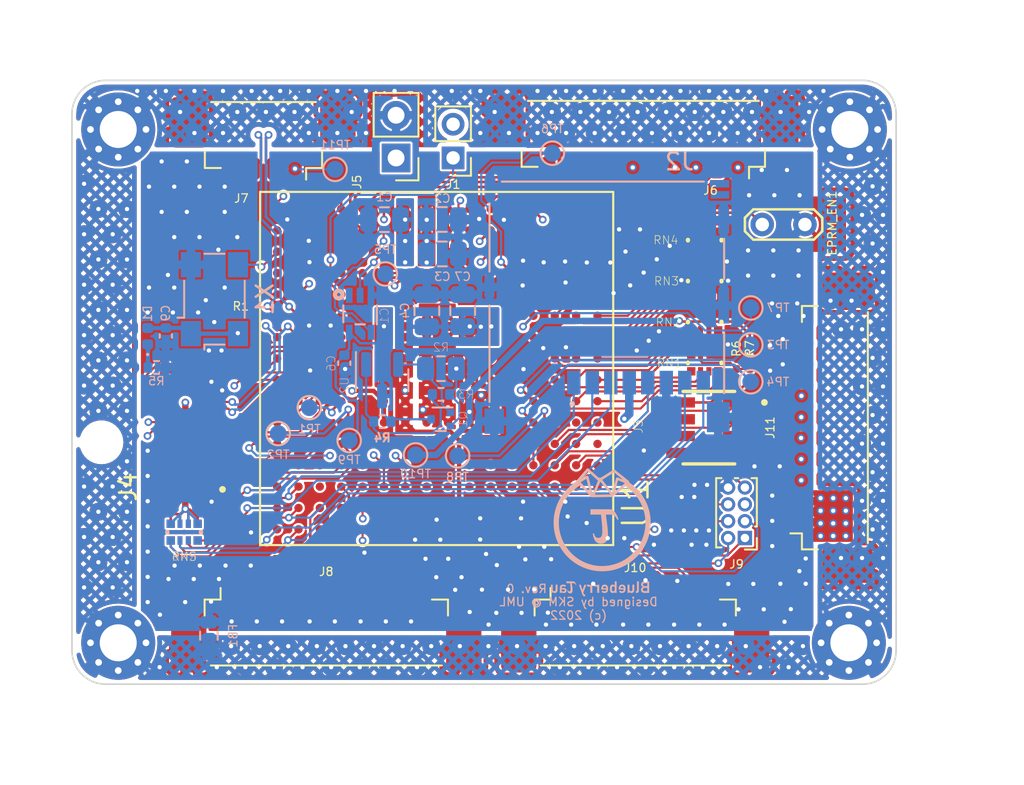
<source format=kicad_pcb>
(kicad_pcb (version 20211014) (generator pcbnew)
  (layers (0 "F.Cu" mixed "F.Top") (1 "In1.Cu" signal "In1.Signal") (2 "In2.Cu" power "In2.Power") (31 "B.Cu" mixed "B.Bottom") (34 "B.Paste" user) (35 "F.Paste" user) (36 "B.SilkS" user "B.Silkscreen") (37 "F.SilkS" user "F.Silkscreen") (38 "B.Mask" user) (39 "F.Mask" user) (44 "Edge.Cuts" user))
  (net 0 "")
  (net 1 "VDD_RTC")
  (net 2 "GND")
  (net 3 "+5VD")
  (net 4 "Net-(D1-Pad1)")
  (net 5 "VDD_3V3A")
  (net 6 "Earth")
  (net 8 "Net-(IC1-Pad2)")
  (net 9 "/~{EXTRST}")
  (net 10 "VBUS")
  (net 11 "/USB0_N")
  (net 12 "/USB0_P")
  (net 13 "/USB0_ID")
  (net 14 "/JTAG_TDI")
  (net 15 "/JTAG_TDO")
  (net 16 "/MMC0_SDCD")
  (net 17 "/JTAG_TCK")
  (net 18 "/MMC0_CLK")
  (net 19 "/JTAG_TMS")
  (net 20 "/~{JTAG_TRST}")
  (net 21 "/MMC0_DAT0")
  (net 22 "/JTAG_EMU0")
  (net 23 "/JTAG_EMU1")
  (net 24 "/MMC0_DAT1")
  (net 25 "/MMC0_DAT2")
  (net 26 "/MMC0_DAT3")
  (net 27 "/MMC0_CMD")
  (net 28 "/CLAMP_CT")
  (net 29 "VDD_3V3B")
  (net 30 "Net-(R1-Pad1)")
  (net 31 "Net-(R3-Pad2)")
  (net 32 "VDD_1V8")
  (net 33 "/GPIO1_24")
  (net 34 "/GPIO1_23")
  (net 35 "/GPIO1_22")
  (net 36 "/AIN0")
  (net 37 "/AIN1")
  (net 38 "/AIN2")
  (net 39 "/PMIC_PWR_EN")
  (net 40 "/GPIO1_27")
  (net 41 "/GPIO1_26")
  (net 42 "/GPIO1_25")
  (net 43 "/PMIC_EXTINT")
  (net 45 "/GPIO1_29")
  (net 47 "/RMII_CLK")
  (net 48 "VDD_3V3AUX")
  (net 50 "/USB1_P")
  (net 51 "+5V")
  (net 52 "/USB1_N")
  (net 54 "/PMIC_EXT_WKUP")
  (net 55 "/RMII_TXD1")
  (net 56 "/RMII_TXD0")
  (net 57 "/RMII_TXEN")
  (net 61 "/RMII_CRS")
  (net 62 "/RMII_RXER")
  (net 63 "/RMII_RXD0")
  (net 64 "/I2C0_SCL")
  (net 65 "/I2C0_SDA")
  (net 66 "/RMII_RXD1")
  (net 67 "/MDIO_DATA")
  (net 68 "/I2C1_SCL")
  (net 69 "/I2C1_SDA")
  (net 70 "/AIN3")
  (net 71 "/SPI1_CS")
  (net 72 "/SPI1_MOSI")
  (net 73 "/SPI1_MISO")
  (net 74 "/SPI1_SCLK")
  (net 75 "/~{UART1_CTS}")
  (net 76 "/UART1_TX")
  (net 77 "/UART0_TX")
  (net 78 "/SPI0_MISO")
  (net 79 "/SPI0_MOSI")
  (net 80 "/MDIO_CLK")
  (net 81 "/SPI0_CS")
  (net 82 "/SPI0_SCLK")
  (net 83 "/UART0_RX")
  (net 84 "/UART1_RX")
  (net 85 "/~{UART1_RTS}")
  (net 86 "/GPIO1_21")
  (net 87 "/GPIO1_20")
  (net 102 "/GPIO1_16")
  (net 103 "/PMIC_LDO_PGD")
  (net 104 "/GPIO1_15")
  (net 105 "/GPIO1_14")
  (net 106 "/GPIO1_13")
  (net 107 "/GPIO1_12")
  (net 108 "/PWM1")
  (net 109 "/PWM0")
  (net 110 "/VBAT_NC")
  (net 111 "/PMIC_PB")
  (net 112 "/~{PMIC_RST}")
  (net 115 "/SYSBOOT_0")
  (net 116 "/SYSBOOT_1")
  (net 117 "/SYSBOOT_2")
  (net 118 "/SYSBOOT_3")
  (net 119 "/SYSBOOT_4")
  (net 120 "/SYSBOOT_5")
  (net 121 "/SYSBOOT_6")
  (net 122 "/SYSBOOT_7")
  (net 123 "/SYSBOOT_8")
  (net 124 "/SYSBOOT_9")
  (net 125 "/SYSBOOT_10")
  (net 126 "/SYSBOOT_11")
  (net 127 "/SYSBOOT_12")
  (net 128 "/SYSBOOT_13")
  (net 129 "/SYSBOOT_15")
  (net 130 "/SYSBOOT_14")
  (net 131 "/AIN7_BRIDGE")
  (net 132 "/OSC_IN")
  (net 133 "/GPIO1_19")
  (net 134 "/GPIO1_17")
  (net 135 "/GPIO1_18")
  (net 136 "/UART2_RX")
  (net 139 "/UART2_TX")
  (net 140 "/USB0_VBUS")
  (net 141 "/USB0_DRVVBUS")
  (net 142 "/USB0_CE")
  (net 143 "/GPIO3_21")
  (net 144 "/GPIO3_20")
  (net 145 "/GPIO3_19")
  (net 146 "Net-(EPRM_EN1-Pad2)")
  (net 148 "Net-(TP1-Pad1)")
  (net 149 "Net-(TP2-Pad1)")
  (net 150 "Net-(TP3-Pad1)")
  (net 151 "Net-(TP4-Pad1)")
  (footprint "MountingHole:MountingHole_2.1mm" (layer "F.Cu") (at 130.03 74.35)
    (fp_text reference "H5" hide)
    (fp_text value "MountingHole")
  )
  (footprint "Connector_Molex:Molex_PicoBlade_53398-1071_1x10-1MP_P1.25mm_Vertical" (layer "F.Cu") (at 162.25 56.76 180)
    (fp_text reference "J6")
    (fp_text value "GPIO")
  )
  (footprint "Resistor_SMD:R_0201_0603Metric" (layer "F.Cu") (at 167.79 70.31 -90)
    (fp_text reference "R6")
    (fp_text value "4.75k")
  )
  (footprint "Resistor_SMD:R_0201_0603Metric" (layer "F.Cu") (at 138.32 65.56 180)
    (fp_text reference "R1")
    (fp_text value "10k")
  )
  (footprint "ProjectFps:RN0804" (layer "F.Cu") (at 134.95 79.69)
    (fp_text reference "RN5")
    (fp_text value "10k" hide)
  )
  (footprint "Connector_PinHeader_2.54mm:PinHeader_1x02_P2.54mm_Vertical" (layer "F.Cu") (at 147.55 57.445 180)
    (fp_text reference "J5")
    (fp_text value "VBUS")
  )
  (footprint "Connector_Molex:Molex_PicoBlade_53398-1071_1x10-1MP_P1.25mm_Vertical" (layer "F.Cu") (at 143.4 84.91)
    (fp_text reference "J8")
    (fp_text value "SPI/I2C/UART")
  )
  (footprint "ProjectFps:OSD335X-BGA-256" (layer "F.Cu") (at 150 70 90)
    (fp_text reference "U1")
    (fp_text value "OSD3358-512M-BSM" hide)
  )
  (footprint "ProjectFps:MLE-104-01-G-DV" (layer "F.Cu") (at 166.15 73.48 90)
    (fp_text reference "J3")
    (fp_text value "JTAG")
  )
  (footprint "ProjectFps:PANASONIC_AXT630124" (layer "F.Cu") (at 135.03 74.35 90)
    (fp_text reference "J4")
    (fp_text value "DEBUG")
  )
  (footprint "ProjectFps:RN0804" (layer "F.Cu") (at 165.9 64.763333)
    (fp_text reference "RN3")
    (fp_text value "100k" hide)
  )
  (footprint "Connector_Molex:Molex_PicoBlade_53398-0471_1x04-1MP_P1.25mm_Vertical" (layer "F.Cu") (at 139.665 56.83 180)
    (fp_text reference "J7")
    (fp_text value "USB1")
  )
  (footprint "Connector_PinHeader_1.00mm:PinHeader_2x04_P1.00mm_Vertical" (layer "F.Cu") (at 168.29 80.04 180)
    (fp_text reference "J9")
    (fp_text value "RF")
  )
  (footprint "Connector_PinHeader_2.00mm:PinHeader_1x02_P2.00mm_Vertical" (layer "F.Cu") (at 150.94 57.44 180)
    (fp_text reference "J1")
    (fp_text value "PMIC_DBG")
  )
  (footprint "Connector_Molex:Molex_PicoBlade_53398-1071_1x10-1MP_P1.25mm_Vertical" (layer "F.Cu") (at 172.89 73.48 90)
    (fp_text reference "J11")
    (fp_text value "EPS/ACS")
  )
  (footprint "ProjectFps:RN0804" (layer "F.Cu") (at 165.9 69.63)
    (fp_text reference "RN1")
    (fp_text value "100k" hide)
  )
  (footprint "TestPoint:TestPoint_2Pads_Pitch2.54mm_Drill0.8mm" (layer "F.Cu") (at 171.86 61.4 180)
    (fp_text reference "EPRM_EN1")
    (fp_text value "EEPROM_WREN")
  )
  (footprint "Resistor_SMD:R_0201_0603Metric" (layer "F.Cu") (at 168.58 70.31 -90)
    (fp_text reference "R7")
    (fp_text value "4.75k")
  )
  (footprint "MountingHole:MountingHole_2.2mm_M2_Pad_Via" (layer "F.Cu") (at 131.03 86.27)
    (fp_text reference "H2" hide)
    (fp_text value "MountingHole_Pad")
  )
  (footprint "MountingHole:MountingHole_2.2mm_M2_Pad_Via" (layer "F.Cu") (at 131.03 55.75)
    (fp_text reference "H3" hide)
    (fp_text value "MountingHole_Pad")
  )
  (footprint "ProjectFps:RN0804" (layer "F.Cu") (at 165.9 62.33)
    (fp_text reference "RN4")
    (fp_text value "100k" hide)
  )
  (footprint "Connector_Molex:Molex_PicoBlade_53398-0871_1x08-1MP_P1.25mm_Vertical" (layer "F.Cu") (at 161.77 84.91)
    (fp_text reference "J10")
    (fp_text value "ANALOG IN")
  )
  (footprint "MountingHole:MountingHole_2.2mm_M2_Pad_Via" (layer "F.Cu") (at 174.53 55.75)
    (fp_text reference "H4" hide)
    (fp_text value "MountingHole_Pad")
  )
  (footprint "MountingHole:MountingHole_2.2mm_M2_Pad_Via" (layer "F.Cu") (at 174.47 86.27)
    (fp_text reference "H1" hide)
    (fp_text value "MountingHole_Pad")
  )
  (footprint "ProjectFps:RN0804" (layer "F.Cu") (at 165.9 67.196666)
    (fp_text reference "RN2")
    (fp_text value "100k" hide)
  )
  (footprint "Capacitor_SMD:C_0402_1005Metric" (layer "B.Cu") (at 144.47 69.65 -90)
    (fp_text reference "C6")
    (fp_text value "0.1uF, 6.3V")
  )
  (footprint "Capacitor_SMD:C_0805_2012Metric" (layer "B.Cu") (at 151.51 66.52 90)
    (fp_text reference "C7")
    (fp_text value "47uF")
  )
  (footprint "Capacitor_SMD:C_0805_2012Metric" (layer "B.Cu") (at 150.3 61.1)
    (fp_text reference "C2")
    (fp_text value "47uF")
  )
  (footprint "LED_SMD:LED_0402_1005Metric" (layer "B.Cu") (at 132.78 68.04 90)
    (fp_text reference "D1")
    (fp_text value "LED")
  )
  (footprint "ProjectFps:blueberrytau_logo" (layer "B.Cu") (at 159.801911 80.07553 180)
    (fp_text reference "G***" hide)
    (fp_text value "LOGO" hide)
  )
  (footprint "TestPoint:TestPoint_Pad_D1.0mm" (layer "B.Cu") (at 148.71 75.1 180)
    (fp_text reference "TP10")
    (fp_text value "SYS_VDD1_3V3")
  )
  (footprint "ProjectFps:TE_2201778-1" (layer "B.Cu") (at 160.08 66.05 180)
    (fp_text reference "J2")
    (fp_text value "TE-2201778-1")
  )
  (footprint "ProjectFps:SC70(TI-DCK)" (layer "B.Cu") (at 145.41 66.71 180)
    (fp_text reference "IC1")
    (fp_text value "SN74LVC1G07DCK" hide)
  )
  (footprint "Resistor_SMD:R_0402_1005Metric" (layer "B.Cu") (at 133.31 69.9)
    (fp_text reference "R5")
    (fp_text value "470")
  )
  (footprint "ProjectFps:RN0804" (layer "B.Cu") (at 134.95 79.69 180)
    (fp_text reference "RN6")
    (fp_text value "10k" hide)
  )
  (footprint "TestPoint:TestPoint_Pad_D1.0mm" (layer "B.Cu") (at 156.84 57.16 180)
    (fp_text reference "TP6")
    (fp_text value "RTC_PWRONRSTN")
  )
  (footprint "Resistor_SMD:R_0805_2012Metric" (layer "B.Cu") (at 150.22 69.97 180)
    (fp_text reference "R2")
    (fp_text value "500")
  )
  (footprint "Capacitor_SMD:C_0805_2012Metric" (layer "B.Cu") (at 146.86 61.11 180)
    (fp_text reference "C1")
    (fp_text value "47uF")
  )
  (footprint "TestPoint:TestPoint_Pad_D1.0mm" (layer "B.Cu") (at 168.64 68.555 180)
    (fp_text reference "TP3")
    (fp_text value "VDD_CORE")
  )
  (footprint "Oscillator:Oscillator_SMD_Fordahl_DFAS15-4Pin_5.0x3.2mm" (layer "B.Cu") (at 136.75 65.84 90)
    (fp_text reference "X1")
    (fp_text value "DSC1121BI5-024.0000")
  )
  (footprint "TestPoint:TestPoint_Pad_D1.0mm" (layer "B.Cu") (at 168.64 66.36 180)
    (fp_text reference "TP7")
    (fp_text value "PMIC_EXT_WKUP")
  )
  (footprint "Package_TO_SOT_SMD:SOT-723" (layer "B.Cu") (at 150.21 72.98 180)
    (fp_text reference "Q1")
    (fp_text value "MMBT2907*")
  )
  (footprint "TestPoint:TestPoint_Pad_D1.0mm" (layer "B.Cu") (at 140.54 73.83 180)
    (fp_text reference "TP2")
    (fp_text value "VDD_MPU")
  )
  (footprint "TestPoint:TestPoint_Pad_D1.0mm" (layer "B.Cu") (at 143.92 58.12 180)
    (fp_text reference "TP11")
    (fp_text value "SYS_VOUT")
  )
  (footprint "Resistor_SMD:R_0402_1005Metric" (layer "B.Cu") (at 150.22 71.5 180)
    (fp_text reference "R3")
    (fp_text value "10k")
  )
  (footprint "TestPoint:TestPoint_Pad_D1.0mm" (layer "B.Cu") (at 151.21 75.15 180)
    (fp_text reference "TP8")
    (fp_text value "WARMRSTN")
  )
  (footprint "Capacitor_SMD:C_0402_1005Metric" (layer "B.Cu") (at 133.86 68.03 -90)
    (fp_text reference "C9")
    (fp_text value "100n")
  )
  (footprint "Resistor_SMD:R_0402_1005Metric" (layer "B.Cu") (at 146.73 73.12)
    (fp_text reference "R4")
    (fp_text value "40k")
  )
  (footprint "TestPoint:TestPoint_Pad_D1.0mm" (layer "B.Cu") (at 144.76 74.24 180)
    (fp_text reference "TP9")
    (fp_text value "SYS_VOUT_RTC")
  )
  (footprint "TestPoint:TestPoint_Pad_D1.0mm" (layer "B.Cu") (at 146.91 64.34 180)
    (fp_text reference "TP5")
    (fp_text value "PMIC_PWR_EN")
  )
  (footprint "Package_TO_SOT_SMD:SOT-23" (layer "B.Cu") (at 146.72 70.66 -90)
    (fp_text reference "U2")
    (fp_text value "TLVH431ACDBZR")
  )
  (footprint "TestPoint:TestPoint_Pad_D1.0mm" (layer "B.Cu") (at 168.64 70.75 180)
    (fp_text reference "TP4")
    (fp_text value "VDD_DDR")
  )
  (footprint "TestPoint:TestPoint_Pad_D1.0mm" (layer "B.Cu") (at 142.39 72.29 180)
    (fp_text reference "TP1")
    (fp_text value "VDD_PLL")
  )
  (footprint "Capacitor_SMD:C_0805_2012Metric" (layer "B.Cu") (at 149.38 66.53 90)
    (fp_text reference "C4")
    (fp_text value "10uF")
  )
  (footprint "Capacitor_SMD:C_0805_2012Metric" (layer "B.Cu") (at 150.3 63.15)
    (fp_text reference "C3")
    (fp_text value "47uF")
  )
  (footprint "Resistor_SMD:R_0603_1608Metric" (layer "B.Cu") (at 136.42 85.85 90)
    (fp_text reference "FB1")
    (fp_text value "Laird LI0603G121R-10")
  )
  (gr_line (start 130.28 88.73) (end 175.28 88.73) (layer "Edge.Cuts") (width 0.1))
  (gr_arc (start 177.28 86.73) (mid 176.694214 88.144214) (end 175.28 88.73) (layer "Edge.Cuts") (width 0.1))
  (gr_line (start 177.28 54.83) (end 177.28 86.73) (layer "Edge.Cuts") (width 0.1))
  (gr_arc (start 130.28 88.73) (mid 128.865786 88.144214) (end 128.28 86.73) (layer "Edge.Cuts") (width 0.1))
  (gr_arc (start 175.28 52.83) (mid 176.694214 53.415786) (end 177.28 54.83) (layer "Edge.Cuts") (width 0.1))
  (gr_line (start 130.28 52.83) (end 175.28 52.83) (layer "Edge.Cuts") (width 0.1))
  (gr_arc (start 128.28 54.83) (mid 128.865786 53.415786) (end 130.28 52.83) (layer "Edge.Cuts") (width 0.1))
  (gr_line (start 128.28 54.83) (end 128.28 86.73) (layer "Edge.Cuts") (width 0.1))
  (gr_text "Rev. 0" (at 155.31 83.06) (layer "B.SilkS") (effects (font (size 0.5 0.5) (thickness 0.075)) (justify mirror)))
  (gr_text "Designed by SKM @ UML\n(c) 2022\n" (at 158.4 84.24) (layer "B.SilkS") (effects (font (size 0.5 0.5) (thickness 0.075)) (justify mirror)))
  (via (at 146.83 67.45) (size 0.457) (drill 0.254) (layers "F.Cu" "B.Cu") (net 1))
  (segment (start 144.7623 67.80982) (end 145.414591 68.462111) (width 0.1524) (layer "B.Cu") (net 1))
  (segment (start 144.76 71.85) (end 143.95728 71.04728) (width 0.1524) (layer "B.Cu") (net 1))
  (segment (start 146.427889 68.462111) (end 146.83 68.06) (width 0.1524) (layer "B.Cu") (net 1))
  (segment (start 146.83 68.06) (end 146.83 67.45) (width 0.1524) (layer "B.Cu") (net 1))
  (segment (start 144.7623 68.7877) (end 144.7623 67.80982) (width 0.1524) (layer "B.Cu") (net 1))
  (segment (start 145.16 71.85) (end 144.76 71.85) (width 0.1524) (layer "B.Cu") (net 1))
  (segment (start 145.414591 68.462111) (end 146.427889 68.462111) (width 0.1524) (layer "B.Cu") (net 1))
  (segment (start 144.47 69.16) (end 144.43 69.12) (width 0.1524) (layer "B.Cu") (net 1))
  (segment (start 147.38 72.98) (end 147.24 73.12) (width 0.127) (layer "B.Cu") (net 1))
  (segment (start 144.76 74.24) (end 145.26 73.74) (width 0.1524) (layer "B.Cu") (net 1))
  (segment (start 143.95728 69.68272) (end 144.47 69.17) (width 0.1524) (layer "B.Cu") (net 1))
  (segment (start 144.43 69.12) (end 144.7623 68.7877) (width 0.1524) (layer "B.Cu") (net 1))
  (segment (start 145.26 73.74) (end 145.26 71.95) (width 0.1524) (layer "B.Cu") (net 1))
  (segment (start 146.72 71.5975) (end 146.72 72.6) (width 0.127) (layer "B.Cu") (net 1))
  (segment (start 144.47 69.17) (end 144.47 69.16) (width 0.1524) (layer "B.Cu") (net 1))
  (segment (start 145.26 71.95) (end 145.16 71.85) (width 0.1524) (layer "B.Cu") (net 1))
  (segment (start 149.635 72.98) (end 147.38 72.98) (width 0.127) (layer "B.Cu") (net 1))
  (segment (start 146.8023 67.4223) (end 146.83 67.45) (width 0.127) (layer "B.Cu") (net 1))
  (segment (start 146.72 72.6) (end 147.24 73.12) (width 0.127) (layer "B.Cu") (net 1))
  (segment (start 143.95728 71.04728) (end 143.95728 69.68272) (width 0.1524) (layer "B.Cu") (net 1))
  (segment (start 171.79 61.35) (end 172.23 61.79) (width 0.1524) (layer "F.Cu") (net 2))
  (via (at 142.4 63.64) (size 0.457) (drill 0.254) (layers "F.Cu" "B.Cu") (net 2))
  (via (at 153.96 61.12) (size 0.457) (drill 0.254) (layers "F.Cu" "B.Cu") (net 2))
  (via (at 155.01 84.49) (size 0.457) (drill 0.254) (layers "F.Cu" "B.Cu") (net 2))
  (via (at 132.78 80.85) (size 0.457) (drill 0.254) (layers "F.Cu" "B.Cu") (net 2))
  (via (at 133.51 84.6) (size 0.457) (drill 0.254) (layers "F.Cu" "B.Cu") (net 2))
  (via (at 132.78 76.35) (size 0.457) (drill 0.254) (layers "F.Cu" "B.Cu") (net 2))
  (via (at 157.625 64.85) (size 0.457) (drill 0.254) (layers "F.Cu" "B.Cu") (net 2))
  (via (at 153.51 84.49) (size 0.457) (drill 0.254) (layers "F.Cu" "B.Cu") (net 2))
  (via (at 135.88 81.68) (size 0.457) (drill 0.254) (layers "F.Cu" "B.Cu") (net 2))
  (via (at 137.36 60.65) (size 0.457) (drill 0.254) (layers "F.Cu" "B.Cu") (net 2))
  (via (at 135.01 83.85) (size 0.457) (drill 0.254) (layers "F.Cu" "B.Cu") (net 2))
  (via (at 145.67 80.91) (size 0.457) (drill 0.254) (layers "F.Cu" "B.Cu") (net 2))
  (via (at 169.79 68.59) (size 0.457) (drill 0.254) (layers "F.Cu" "B.Cu") (net 2))
  (via (at 157.96 85.19) (size 0.457) (drill 0.254) (layers "F.Cu" "B.Cu") (net 2))
  (via (at 170.54 69.715) (size 0.457) (drill 0.254) (layers "F.Cu" "B.Cu") (net 2))
  (via (at 143.66 67.41) (size 0.457) (drill 0.254) (layers "F.Cu" "B.Cu") (net 2))
  (via (at 171.48 64.44) (size 0.457) (drill 0.254) (layers "F.Cu" "B.Cu") (net 2))
  (via (at 170.645 85.02) (size 0.457) (drill 0.254) (layers "F.Cu" "B.Cu") (net 2))
  (via (at 164.66 79.59) (size 0.457) (drill 0.254) (layers "F.Cu" "B.Cu") (net 2))
  (via (at 134.36 65.15) (size 0.457) (drill 0.254) (layers "F.Cu" "B.Cu") (net 2))
  (via (at 171.4 66.09) (size 0.457) (drill 0.254) (layers "F.Cu" "B.Cu") (net 2))
  (via (at 152.55 80.13) (size 0.457) (drill 0.254) (layers "F.Cu" "B.Cu") (net 2))
  (via (at 142.36 62.37) (size 0.457) (drill 0.254) (layers "F.Cu" "B.Cu") (net 2))
  (via (at 137.21 71.26) (size 0.457) (drill 0.254) (layers "F.Cu" "B.Cu") (net 2))
  (via (at 169.98 62.94) (size 0.457) (drill 0.254) (layers "F.Cu" "B.Cu") (net 2))
  (via (at 144.52 69.99) (size 0.457) (drill 0.254) (layers "F.Cu" "B.Cu") (net 2))
  (via (at 170.36 75.78) (size 0.457) (drill 0.254) (layers "F.Cu" "B.Cu") (net 2))
  (via (at 161.19 63.01) (size 0.457) (drill 0.254) (layers "F.Cu" "B.Cu") (net 2))
  (via (at 170.54 68.215) (size 0.457) (drill 0.254) (layers "F.Cu" "B.Cu") (net 2))
  (via (at 149.94 82.37) (size 0.457) (drill 0.254) (layers "F.Cu" "B.Cu") (net 2))
  (via (at 135.52 82.48) (size 0.457) (drill 0.254) (layers "F.Cu" "B.Cu") (net 2))
  (via (at 156.3 68.75) (size 0.457) (drill 0.254) (layers "F.Cu" "B.Cu") (net 2))
  (via (at 133.985 64.4) (size 0.457) (drill 0.254) (layers "F.Cu" "B.Cu") (net 2))
  (via (at 142.38 67.41) (size 0.457) (drill 0.254) (layers "F.Cu" "B.Cu") (net 2))
  (via (at 151.925 84.44) (size 0.457) (drill 0.254) (layers "F.Cu" "B.Cu") (net 2))
  (via (at 135.78 66.63) (size 0.457) (drill 0.254) (layers "F.Cu" "B.Cu") (net 2))
  (via (at 156.77 81.3) (size 0.457) (drill 0.254) (layers "F.Cu" "B.Cu") (net 2))
  (via (at 171.53 82.01) (size 0.457) (drill 0.254) (layers "F.Cu" "B.Cu") (net 2))
  (via (at 163.91 79.59) (size 0.457) (drill 0.254) (layers "F.Cu" "B.Cu") (net 2))
  (via (at 137.77 85) (size 0.457) (drill 0.254) (layers "F.Cu" "B.Cu") (net 2))
  (via (at 171.48 62.94) (size 0.457) (drill 0.254) (layers "F.Cu" "B.Cu") (net 2))
  (via (at 157.61 77.88) (size 0.457) (drill 0.254) (layers "F.Cu" "B.Cu") (net 2))
  (via (at 161.47 65.02) (size 0.457) (drill 0.254) (layers "F.Cu" "B.Cu") (net 2))
  (via (at 159.46 85.19) (size 0.457) (drill 0.254) (layers "F.Cu" "B.Cu") (net 2))
  (via (at 168.48 64.44) (size 0.457) (drill 0.254) (layers "F.Cu" "B.Cu") (net 2))
  (via (at 132.78 83.85) (size 0.457) (drill 0.254) (layers "F.Cu" "B.Cu") (net 2))
  (via (at 169.29 58.16) (size 0.457) (drill 0.254) (layers "F.Cu" "B.Cu") (net 2))
  (via (at 157.65 68.7) (size 0.457) (drill 0.254) (layers "F.Cu" "B.Cu") (net 2))
  (via (at 170.04 59.66) (size 0.457) (drill 0.254) (layers "F.Cu" "B.Cu") (net 2))
  (via (at 152.55 78.87) (size 0.457) (drill 0.254) (layers "F.Cu" "B.Cu") (net 2))
  (via (at 164.08 85.19) (size 0.457) (drill 0.254) (layers "F.Cu" "B.Cu") (net 2))
  (via (at 167.22 63.6) (size 0.457) (drill 0.254) (layers "F.Cu" "B.Cu") (net 2))
  (via (at 163.05 63.47) (size 0.457) (drill 0.254) (layers "F.Cu" "B.Cu") (net 2))
  (via (at 165.29 76.88) (size 0.457) (drill 0.254) (layers "F.Cu" "B.Cu") (net 2))
  (via (at 167.91 84.28) (size 0.457) (drill 0.254) (layers "F.Cu" "B.Cu") (net 2))
  (via (at 169.41 84.28) (size 0.457) (drill 0.254) (layers "F.Cu" "B.Cu") (net 2))
  (via (at 169.98 64.44) (size 0.457) (drill 0.254) (layers "F.Cu" "B.Cu") (net 2))
  (via (at 149.3 81.275) (size 0.457) (drill 0.254) (layers "F.Cu" "B.Cu") (net 2))
  (via (at 164.51 64.71) (size 0.457) (drill 0.254) (layers "F.Cu" "B.Cu") (net 2))
  (via (at 140.77 85) (size 0.457) (drill 0.254) (layers "F.Cu" "B.Cu") (net 2))
  (via (at 169.915 79.02) (size 0.457) (drill 0.254) (layers "F.Cu" "B.Cu") (net 2))
  (via (at 163.82 62.67) (size 0.457) (drill 0.254) (layers "F.Cu" "B.Cu") (net 2))
  (via (at 155.125 70) (size 0.457) (drill 0.254) (layers "F.Cu" "B.Cu") (net 2))
  (via (at 156.36 80.56) (size 0.457) (drill 0.254) (layers "F.Cu" "B.Cu") (net 2))
  (via (at 134.38 81.68) (size 0.457) (drill 0.254) (layers "F.Cu" "B.Cu") (net 2))
  (via (at 167.3 82.77) (size 0.457) (drill 0.254) (layers "F.Cu" "B.Cu") (net 2))
  (via (at 152.49 61.07) (size 0.457) (drill 0.254) (layers "F.Cu" "B.Cu") (net 2))
  (via (at 161.86 68.89) (size 0.457) (drill 0.254) (layers "F.Cu" "B.Cu") (net 2))
  (via (at 153.05 85.19) (size 0.457) (drill 0.254) (layers "F.Cu" "B.Cu") (net 2))
  (via (at 166 80.44) (size 0.457) (drill 0.254) (layers "F.Cu" "B.Cu") (net 2))
  (via (at 132.78 74.85) (size 0.457) (drill 0.254) (layers "F.Cu" "B.Cu") (net 2))
  (via (at 136.55 83.82) (size 0.457) (drill 0.254) (layers "F.Cu" "B.Cu") (net 2))
  (via (at 155.1 63.55) (size 0.457) (drill 0.254) (layers "F.Cu" "B.Cu") (net 2))
  (via (at 168.86 75.78) (size 0.457) (drill 0.254) (layers "F.Cu" "B.Cu") (net 2))
  (via (at 133.61 57.65) (size 0.457) (drill 0.254) (layers "F.Cu" "B.Cu") (net 2))
  (via (at 138.925 79.71) (size 0.457) (drill 0.254) (layers "F.Cu" "B.Cu") (net 2))
  (via (at 148.68 80.14) (size 0.457) (drill 0.254) (layers "F.Cu" "B.Cu") (net 2))
  (via (at 167.29 64.74) (size 0.457) (drill 0.254) (layers "F.Cu" "B.Cu") (net 2))
  (via (at 152.655 83.11) (size 0.457) (drill 0.254) (layers "F.Cu" "B.Cu") (net 2))
  (via (at 150.65 81.275) (size 0.457) (drill 0.254) (layers "F.Cu" "B.Cu") (net 2))
  (via (at 170.275 66.84) (size 0.457) (drill 0.254) (layers "F.Cu" "B.Cu") (net 2))
  (via (at 157.75 78.76) (size 0.457) (drill 0.254) (layers "F.Cu" "B.Cu") (net 2))
  (via (at 137.36 59.15) (size 0.457) (drill 0.254) (layers "F.Cu" "B.Cu") (net 2))
  (via (at 137.17 68.89) (size 0.457) (drill 0.254) (layers "F.Cu" "B.Cu") (net 2))
  (via (at 132.78 66.63) (size 0.457) (drill 0.254) (layers "F.Cu" "B.Cu") (net 2))
  (via (at 167.08 85.19) (size 0.457) (drill 0.254) (layers "F.Cu" "B.Cu") (net 2))
  (via (at 134.36 59.15) (size 0.457) (drill 0.254) (layers "F.Cu" "B.Cu") (net 2))
  (via (at 148.44 85) (size 0.457) (drill 0.254) (layers "F.Cu" "B.Cu") (net 2))
  (via (at 169.915 80.52) (size 0.457) (drill 0.254) (layers "F.Cu" "B.Cu") (net 2))
  (via (at 159.27 82.76) (size 0.457) (drill 0.254) (layers "F.Cu" "B.Cu") (net 2))
  (via (at 158.88 79.15) (size 0.457) (drill 0.254) (layers "F.Cu" "B.Cu") (net 2))
  (via (at 137.41 81.68) (size 0.457) (drill 0.254) (layers "F.Cu" "B.Cu") (net 2))
  (via (at 151.44 82.37) (size 0.457) (drill 0.254) (layers "F.Cu" "B.Cu") (net 2))
  (via (at 169.79 70.09) (size 0.457) (drill 0.254) (layers "F.Cu" "B.Cu") (net 2))
  (via (at 145.44 85) (size 0.457) (drill 0.254) (layers "F.Cu" "B.Cu") (net 2))
  (via (at 167.28 68.53) (size 0.457) (drill 0.254) (layers "F.Cu" "B.Cu") (net 2))
  (via (at 164.27 82.59) (size 0.457) (drill 0.254) (layers "F.Cu" "B.Cu") (net 2))
  (via (at 135.11 60.65) (size 0.457) (drill 0.254) (layers "F.Cu" "B.Cu") (net 2))
  (via (at 150.18 80.14) (size 0.457) (drill 0.254) (layers "F.Cu" "B.Cu") (net 2))
  (via (at 141.08 61.1) (size 0.457) (drill 0.254) (layers "F.Cu" "B.Cu") (net 2))
  (via (at 136.57 70.75) (size 0.457) (drill 0.254) (layers "F.Cu" "B.Cu") (net 2))
  (via (at 136.58 77.88) (size 0.457) (drill 0.254) (layers "F.Cu" "B.Cu") (net 2))
  (via (at 162.57 68.31) (size 0.457) (drill 0.254) (layers "F.Cu" "B.Cu") (net 2))
  (via (at 155.765 83.11) (size 0.457) (drill 0.254) (layers "F.Cu" "B.Cu") (net 2))
  (via (at 164.53 77.6) (size 0.457) (drill 0.254) (layers "F.Cu" "B.Cu") (net 2))
  (via (at 161.05 85.19) (size 0.457) (drill 0.254) (layers "F.Cu" "B.Cu") (net 2))
  (via (at 169.915 77.52) (size 0.457) (drill 0.254) (layers "F.Cu" "B.Cu") (net 2))
  (via (at 132.86 65.15) (size 0.457) (drill 0.254) (layers "F.Cu" "B.Cu") (net 2))
  (via (at 168.79 82.77) (size 0.457) (drill 0.254) (layers "F.Cu" "B.Cu") (net 2))
  (via (at 154.98 78.87) (size 0.457) (drill 0.254) (layers "F.Cu" "B.Cu") (net 2))
  (via (at 136.42 68.89) (size 0.457) (drill 0.254) (layers "F.Cu" "B.Cu") (net 2))
  (via (at 152.9 80.99) (size 0.457) (drill 0.254) (layers "F.Cu" "B.Cu") (net 2))
  (via (at 153.54 81.65) (size 0.457) (drill 0.254) (layers "F.Cu" "B.Cu") (net 2))
  (via (at 162.28 74.84) (size 0.457) (drill 0.254) (layers "F.Cu" "B.Cu") (net 2))
  (via (at 170.79 58.16) (size 0.457) (drill 0.254) (layers "F.Cu" "B.Cu") (net 2))
  (via (at 168.48 62.94) (size 0.457) (drill 0.254) (layers "F.Cu" "B.Cu") (net 2))
  (via (at 171.775 66.84) (size 0.457) (drill 0.254) (layers "F.Cu" "B.Cu") (net 2))
  (via (at 151.065 83.12) (size 0.457) (drill 0.254) (layers "F.Cu" "B.Cu") (net 2))
  (via (at 163.18 67.75) (size 0.457) (drill 0.254) (layers "F.Cu" "B.Cu") (net 2))
  (via (at 155.075 65.025) (size 0.457) (drill 0.254) (layers "F.Cu" "B.Cu") (net 2))
  (via (at 160.81 61.69) (size 0.457) (drill 0.254) (layers "F.Cu" "B.Cu") (net 2))
  (via (at 135.11 57.65) (size 0.457) (drill 0.254) (layers "F.Cu" "B.Cu") (net 2))
  (via (at 165.12 80.44) (size 0.457) (drill 0.254) (layers "F.Cu" "B.Cu") (net 2))
  (via (at 142.44 70.08) (size 0.457) (drill 0.254) (layers "F.Cu" "B.Cu") (net 2))
  (via (at 132.78 82.35) (size 0.457) (drill 0.254) (layers "F.Cu" "B.Cu") (net 2))
  (via (at 161.12 80.05) (size 0.457) (drill 0.254) (layers "F.Cu" "B.Cu") (net 2))
  (via (at 132.78 77.85) (size 0.457) (drill 0.254) (layers "F.Cu" "B.Cu") (net 2))
  (via (at 171.905 81.26) (size 0.457) (drill 0.254) (layers "F.Cu" "B.Cu") (net 2))
  (via (at 142.41 85) (size 0.457) (drill 0.254) (layers "F.Cu" "B.Cu") (net 2))
  (via (at 166.04 76.88) (size 0.457) (drill 0.254) (layers "F.Cu" "B.Cu") (net 2))
  (via (at 138.11 62.15) (size 0.457) (drill 0.254) (layers "F.Cu" "B.Cu") (net 2))
  (via (at 162.27 64.26) (size 0.457) (drill 0.254) (layers "F.Cu" "B.Cu") (net 2))
  (via (at 136.74 67.2) (size 0.457) (drill 0.254) (layers "F.Cu" "B.Cu") (net 2))
  (via (at 156.46 85.19) (size 0.457) (drill 0.254) (layers "F.Cu" "B.Cu") (net 2))
  (via (at 137.02 82.48) (size 0.457) (drill 0.254) (layers "F.Cu" "B.Cu") (net 2))
  (via (at 160.48 65.48) (size 0.457) (drill 0.254) (layers "F.Cu" "B.Cu") (net 2))
  (via (at 146.94 85) (size 0.457) (drill 0.254) (layers "F.Cu" "B.Cu") (net 2))
  (via (at 171.54 59.66) (size 0.457) (drill 0.254) (layers "F.Cu" "B.Cu") (net 2))
  (via (at 154.205 83.11) (size 0.457) (drill 0.254) (layers "F.Cu" "B.Cu") (net 2))
  (via (at 135.86 62.15) (size 0.457) (drill 0.254) (layers "F.Cu" "B.Cu") (net 2))
  (via (at 138.91 81.68) (size 0.457) (drill 0.254) (layers "F.Cu" "B.Cu") (net 2))
  (via (at 165.4 79.59) (size 0.457) (drill 0.254) (layers "F.Cu" "B.Cu") (net 2))
  (via (at 134.36 62.15) (size 0.457) (drill 0.254) (layers "F.Cu" "B.Cu") (net 2))
  (via (at 171.905 82.76) (size 0.457) (drill 0.254) (layers "F.Cu" "B.Cu") (net 2))
  (via (at 132.86 59.15) (size 0.457) (drill 0.254) (layers "F.Cu" "B.Cu") (net 2))
  (via (at 136.985 62.9) (size 0.457) (drill 0.254) (layers "F.Cu" "B.Cu") (net 2))
  (via (at 154.86 80.56) (size 0.457) (drill 0.254) (layers "F.Cu" "B.Cu") (net 2))
  (via (at 171.02 84.27) (size 0.457) (drill 0.254) (layers "F.Cu" "B.Cu") (net 2))
  (via (at 162.05 61.69) (size 0.457) (drill 0.254) (layers "F.Cu" "B.Cu") (net 2))
  (via (at 157.6 63.6) (size 0.457) (drill 0.254) (layers "F.Cu" "B.Cu") (net 2))
  (via (at 162.55 85.19) (size 0.457) (drill 0.254) (layers "F.Cu" "B.Cu") (net 2))
  (via (at 133.61 60.65) (size 0.457) (drill 0.254) (layers "F.Cu" "B.Cu") (net 2))
  (via (at 143.91 85) (size 0.457) (drill 0.254) (layers "F.Cu" "B.Cu") (net 2))
  (via (at 162.88 80.44) (size 0.457) (drill 0.254) (layers "F.Cu" "B.Cu") (net 2))
  (via (at 156.575 84.48) (size 0.457) (drill 0.254) (layers "F.Cu" "B.Cu") (net 2))
  (via (at 155.1 77.88) (size 0.457) (drill 0.254) (layers "F.Cu" "B.Cu") (net 2))
  (via (at 160.13 80.05) (size 0.457) (drill 0.254) (layers "F.Cu" "B.Cu") (net 2))
  (via (at 132.78 79.35) (size 0.457) (drill 0.254) (layers "F.Cu" "B.Cu") (net 2))
  (via (at 155.235 81.31) (size 0.457) (drill 0.254) (layers "F.Cu" "B.Cu") (net 2))
  (via (at 168.54 59.66) (size 0.457) (drill 0.254) (layers "F.Cu" "B.Cu") (net 2))
  (via (at 139.27 85) (size 0.457) (drill 0.254) (layers "F.Cu" "B.Cu") (net 2))
  (via (at 165.58 85.19) (size 0.457) (drill 0.254) (layers "F.Cu" "B.Cu") (net 2))
  (via (at 149.96 78.95) (size 0.457) (drill 0.254) (layers "F.Cu" "B.Cu") (net 2))
  (via (at 160.29 63.66) (size 0.457) (drill 0.254) (layers "F.Cu" "B.Cu") (net 2))
  (via (at 135.86 59.15) (size 0.457) (drill 0.254) (layers "F.Cu" "B.Cu") (net 2))
  (via (at 169.9 66.09) (size 0.457) (drill 0.254) (layers "F.Cu" "B.Cu") (net 2))
  (via (at 134.02 82.48) (size 0.457) (drill 0.254) (layers "F.Cu" "B.Cu") (net 2))
  (via (at 165.28 77.6) (size 0.457) (drill 0.254) (layers "F.Cu" "B.Cu") (net 2))
  (via (at 166.15 79.59) (size 0.457) (drill 0.254) (layers "F.Cu" "B.Cu") (net 2))
  (via (at 170.4 82.76) (size 0.457) (drill 0.254) (layers "F.Cu" "B.Cu") (net 2))
  (via (at 162.38 82.55) (size 0.457) (drill 0.254) (layers "F.Cu" "B.Cu") (net 2))
  (via (at 158.89 63.66) (size 0.457) (drill 0.254) (layers "F.Cu" "B.Cu") (net 2))
  (via (at 136.235 65.9) (size 0.457) (drill 0.254) (layers "F.Cu" "B.Cu") (net 2))
  (via (at 134.28 66.63) (size 0.457) (drill 0.254) (layers "F.Cu" "B.Cu") (net 2))
  (via (at 156.325 63.65) (size 0.457) (drill 0.254) (layers "F.Cu" "B.Cu") (net 2))
  (via (at 137.36 65.15) (size 0.457) (drill 0.254) (layers "F.Cu" "B.Cu") (net 2))
  (segment (start 141.74754 65.55246) (end 142.38 64.92) (width 0.1524) (layer "F.Cu") (net 3))
  (segment (start 141.74754 65.55754) (end 141.74754 65.55246) (width 0.1524) (layer "F.Cu") (net 3))
  (via (at 141.54 58.08) (size 0.4572) (drill 0.254) (layers "F.Cu" "B.Cu") (net 3))
  (via (at 151.93 67.46) (size 0.4572) (drill 0.254) (layers "F.Cu" "B.Cu") (net 3))
  (via (at 142.38 64.92) (size 0.4572) (drill 0.254) (layers "F.Cu" "B.Cu") (net 3))
  (via (at 153.21 67.46) (size 0.4572) (drill 0.254) (layers "F.Cu" "B.Cu") (net 3))
  (via (at 152.59 67.48) (size 0.4572) (drill 0.254) (layers "F.Cu" "B.Cu") (net 3))
  (segment (start 143.92 58.12) (end 141.58 58.12) (width 0.127) (layer "B.Cu") (net 3))
  (segment (start 141.58 58.12) (end 141.54 58.08) (width 0.127) (layer "B.Cu") (net 3))
  (segment (start 132.8 68.545) (end 132.78 68.525) (width 0.254) (layer "B.Cu") (net 4))
  (segment (start 132.8 69.9) (end 132.8 68.545) (width 0.254) (layer "B.Cu") (net 4))
  (segment (start 166.218774 67.17) (end 167.8 67.17) (width 0.1524) (layer "F.Cu") (net 5))
  (segment (start 167.8 62.93206) (end 167.8 67.17) (width 0.1524) (layer "F.Cu") (net 5))
  (segment (start 134.1499 78.7801) (end 134.31 78.62) (width 0.1524) (layer "F.Cu") (net 5))
  (segment (start 134.70108 78.67098) (end 134.75206 78.62) (width 0.1524) (layer "F.Cu") (net 5))
  (segment (start 168.58 69.99) (end 167.79 69.99) (width 0.127) (layer "F.Cu") (net 5))
  (segment (start 134.1499 79.19216) (end 134.1499 78.7801) (width 0.1524) (layer "F.Cu") (net 5))
  (segment (start 164.43 67.17) (end 164.39 67.13) (width 0.1524) (layer "F.Cu") (net 5))
  (segment (start 135.02 71.98) (end 135.02 78.31) (width 0.381) (layer "F.Cu") (net 5))
  (segment (start 165.65108 69.50808) (end 165.773 69.63) (width 0.127) (layer "F.Cu") (net 5))
  (segment (start 134.70108 79.19216) (end 134.70108 78.67098) (width 0.1524) (layer "F.Cu") (net 5))
  (segment (start 165.773 69.63) (end 167.43 69.63) (width 0.127) (layer "F.Cu") (net 5))
  (segment (start 166.7001 61.83216) (end 167.8 62.93206) (width 0.1524) (layer "F.Cu") (net 5))
  (segment (start 167.8 67.17) (end 168.58 67.95) (width 0.1524) (layer "F.Cu") (net 5))
  (segment (start 166.218774 67.17) (end 164.43 67.17) (width 0.1524) (layer "F.Cu") (net 5))
  (segment (start 168.58 67.95) (end 168.58 69.99) (width 0.1524) (layer "F.Cu") (net 5))
  (segment (start 166.14892 66.698826) (end 166.14892 67.100146) (width 0.1524) (layer "F.Cu") (net 5))
  (segment (start 153.175 71.905) (end 153.175 71.865) (width 0.1524) (layer "F.Cu") (net 5))
  (segment (start 166.14892 67.100146) (end 166.218774 67.17) (width 0.1524) (layer "F.Cu") (net 5))
  (segment (start 135.02 78.31) (end 135.02 78.35206) (width 0.381) (layer "F.Cu") (net 5))
  (segment (start 135.19892 78.53098) (end 135.02 78.35206) (width 0.1524) (layer "F.Cu") (net 5))
  (segment (start 165.0999 69.13216) (end 165.65108 69.13216) (width 0.127) (layer "F.Cu") (net 5))
  (segment (start 135.7501 78.8101) (end 135.29206 78.35206) (width 0.1524) (layer "F.Cu") (net 5))
  (segment (start 167.43 69.63) (end 167.79 69.99) (width 0.127) (layer "F.Cu") (net 5))
  (segment (start 134.31 78.62) (end 134.75206 78.62) (width 0.1524) (layer "F.Cu") (net 5))
  (segment (start 135.19892 79.19216) (end 135.19892 78.53098) (width 0.1524) (layer "F.Cu") (net 5))
  (segment (start 135.29206 78.35206) (end 135.02 78.35206) (width 0.1524) (layer "F.Cu") (net 5))
  (segment (start 135.7501 79.19216) (end 135.7501 78.8101) (width 0.1524) (layer "F.Cu") (net 5))
  (segment (start 134.75206 78.62) (end 135.02 78.35206) (width 0.1524) (layer "F.Cu") (net 5))
  (segment (start 165.65108 69.13216) (end 165.65108 69.50808) (width 0.127) (layer "F.Cu") (net 5))
  (via (at 161.12 72.95) (size 0.457) (drill 0.254) (layers "F.Cu" "B.Cu") (net 5))
  (via (at 152.61 71.55) (size 0.457) (drill 0.254) (layers "F.Cu" "B.Cu") (net 5))
  (via (at 151.91 72.54) (size 0.457) (drill 0.254) (layers "F.Cu" "B.Cu") (net 5))
  (via (at 135.02 78.31) (size 0.457) (drill 0.254) (layers "F.Cu" "B.Cu") (net 5))
  (via (at 164.39 67.13) (size 0.457) (drill 0.254) (layers "F.Cu" "B.Cu") (net 5))
  (via (at 135.02 71.98) (size 0.457) (drill 0.254) (layers "F.Cu" "B.Cu") (net 5))
  (segment (start 151.92 73.12) (end 151.92 72.55) (width 0.381) (layer "B.Cu") (net 5))
  (segment (start 151.91 71.5) (end 156.28 67.13) (width 0.381) (layer "B.Cu") (net 5))
  (segment (start 135.19892 79.19216) (end 135.19892 78.48892) (width 0.1524) (layer "B.Cu") (net 5))
  (segment (start 135.7501 79.19216) (end 135.7501 79.0401) (width 0.1524) (layer "B.Cu") (net 5))
  (segment (start 149.94 75.1) (end 151.92 73.12) (width 0.381) (layer "B.Cu") (net 5))
  (segment (start 134.1499 79.1801) (end 135.02 78.31) (width 0.1524) (layer "B.Cu") (net 5))
  (segment (start 151.92 72.55) (end 151.91 72.54) (width 0.381) (layer "B.Cu") (net 5))
  (segment (start 161.415 72.655) (end 161.12 72.95) (width 0.508) (layer "B.Cu") (net 5))
  (segment (start 151.91 72.54) (end 151.91 71.5) (width 0.381) (layer "B.Cu") (net 5))
  (segment (start 134.70108 78.62892) (end 135.02 78.31) (width 0.1524) (layer "B.Cu") (net 5))
  (segment (start 161.415 70.8) (end 161.415 72.655) (width 0.508) (layer "B.Cu") (net 5))
  (segment (start 134.70108 79.19216) (end 134.70108 78.62892) (width 0.1524) (layer "B.Cu") (net 5))
  (segment (start 134.1499 79.19216) (end 134.1499 79.1801) (width 0.1524) (layer "B.Cu") (net 5))
  (segment (start 156.28 67.13) (end 164.39 67.13) (width 0.381) (layer "B.Cu") (net 5))
  (segment (start 148.71 75.1) (end 149.94 75.1) (width 0.381) (layer "B.Cu") (net 5))
  (segment (start 135.7501 79.0401) (end 135.02 78.31) (width 0.1524) (layer "B.Cu") (net 5))
  (segment (start 135.19892 78.48892) (end 135.02 78.31) (width 0.1524) (layer "B.Cu") (net 5))
  (via (at 141.14 86.47) (size 0.457) (drill 0.254) (layers "F.Cu" "B.Cu") (net 6))
  (via (at 130.7 70.98) (size 0.457) (drill 0.254) (layers "F.Cu" "B.Cu") (net 6))
  (via (at 130.7 61.98) (size 0.457) (drill 0.254) (layers "F.Cu" "B.Cu") (net 6))
  (via (at 131.55 60.48) (size 0.457) (drill 0.254) (layers "F.Cu" "B.Cu") (net 6))
  (via (at 135.56 53.46) (size 0.457) (drill 0.254) (layers "F.Cu" "B.Cu") (net 6))
  (via (at 145.76 55.96) (size 0.457) (drill 0.254) (layers "F.Cu" "B.Cu") (net 6))
  (via (at 131.55 69.48) (size 0.457) (drill 0.254) (layers "F.Cu" "B.Cu") (net 6))
  (via (at 153.41 54.71) (size 0.457) (drill 0.254) (layers "F.Cu" "B.Cu") (net 6))
  (via (at 129 58.98) (size 0.457) (drill 0.254) (layers "F.Cu" "B.Cu") (net 6))
  (via (at 161.06 55.96) (size 0.457) (drill 0.254) (layers "F.Cu" "B.Cu") (net 6))
  (via (at 129 79.98) (size 0.457) (drill 0.254) (layers "F.Cu" "B.Cu") (net 6))
  (via (at 163.61 54.71) (size 0.457) (drill 0.254) (layers "F.Cu" "B.Cu") (net 6))
  (via (at 129.85 63.48) (size 0.457) (drill 0.254) (layers "F.Cu" "B.Cu") (net 6))
  (via (at 150.86 53.46) (size 0.457) (drill 0.254) (layers "F.Cu" "B.Cu") (net 6))
  (via (at 129.85 72.48) (size 0.457) (drill 0.254) (layers "F.Cu" "B.Cu") (net 6))
  (via (at 130.7 76.98) (size 0.457) (drill 0.254) (layers "F.Cu" "B.Cu") (net 6))
  (via (at 164.94 86.47) (size 0.457) (drill 0.254) (layers "F.Cu" "B.Cu") (net 6))
  (via (at 165.79 87.72) (size 0.457) (drill 0.254) (layers "F.Cu" "B.Cu") (net 6))
  (via (at 156.81 54.71) (size 0.457) (drill 0.254) (layers "F.Cu" "B.Cu") (net 6))
  (via (at 171.74 86.47) (size 0.457) (drill 0.254) (layers "F.Cu" "B.Cu") (net 6))
  (via (at 146.24 86.47) (size 0.457) (drill 0.254) (layers "F.Cu" "B.Cu") (net 6))
  (via (at 133.86 53.46) (size 0.457) (drill 0.254) (layers "F.Cu" "B.Cu") (net 6))
  (via (at 162.39 87.72) (size 0.457) (drill 0.254) (layers "F.Cu" "B.Cu") (net 6))
  (via (at 168.34 86.47) (size 0.457) (drill 0.254) (layers "F.Cu" "B.Cu") (net 6))
  (via (at 131.55 63.48) (size 0.457) (drill 0.254) (layers "F.Cu" "B.Cu") (net 6))
  (via (at 147.46 53.46) (size 0.457) (drill 0.254) (layers "F.Cu" "B.Cu") (net 6))
  (via (at 175.88 69.33) (size 0.457) (drill 0.254) (layers "F.Cu" "B.Cu") (net 6))
  (via (at 147.94 86.47) (size 0.457) (drill 0.254) (layers "F.Cu" "B.Cu") (net 6))
  (via (at 137.74 86.47) (size 0.457) (drill 0.254) (layers "F.Cu" "B.Cu") (net 6))
  (via (at 158.14 86.47) (size 0.457) (drill 0.254) (layers "F.Cu" "B.Cu") (net 6))
  (via (at 136.89 87.72) (size 0.457) (drill 0.254) (layers "F.Cu" "B.Cu") (net 6))
  (via (at 166.16 55.96) (size 0.457) (drill 0.254) (layers "F.Cu" "B.Cu") (net 6))
  (via (at 175.88 72.73) (size 0.457) (drill 0.254) (layers "F.Cu" "B.Cu") (net 6))
  (via (at 174.005 67.63) (size 0.457) (drill 0.254) (layers "F.Cu" "B.Cu") (net 6))
  (via (at 129.85 69.48) (size 0.457) (drill 0.254) (layers "F.Cu" "B.Cu") (net 6))
  (via (at 144.91 54.71) (size 0.457) (drill 0.254) (layers "F.Cu" "B.Cu") (net 6))
  (via (at 131.55 78.48) (size 0.457) (drill 0.254) (layers "F.Cu" "B.Cu") (net 6))
  (via (at 154.26 55.96) (size 0.457) (drill 0.254) (layers "F.Cu" "B.Cu") (net 6))
  (via (at 164.09 87.72) (size 0.457) (drill 0.254) (layers "F.Cu" "B.Cu") (net 6))
  (via (at 175.88 62.53) (size 0.457) (drill 0.254) (layers "F.Cu" "B.Cu") (net 6))
  (via (at 147.09 87.72) (size 0.457) (drill 0.254) (layers "F.Cu" "B.Cu") (net 6))
  (via (at 175.88 76.13) (size 0.457) (drill 0.254) (layers "F.Cu" "B.Cu") (net 6))
  (via (at 130.7 67.98) (size 0.457) (drill 0.254) (layers "F.Cu" "B.Cu") (net 6))
  (via (at 129 76.98) (size 0.457) (drill 0.254) (layers "F.Cu" "B.Cu") (net 6))
  (via (at 157.66 53.46) (size 0.457) (drill 0.254) (layers "F.Cu" "B.Cu") (net 6))
  (via (at 175.255 60.83) (size 0.457) (drill 0.254) (layers "F.Cu" "B.Cu") (net 6))
  (via (at 174.63 65.93) (size 0.457) (drill 0.254) (layers "F.Cu" "B.Cu") (net 6))
  (via (at 170.41 54.71) (size 0.457) (drill 0.254) (layers "F.Cu" "B.Cu") (net 6))
  (via (at 161.06 53.46) (size 0.457) (drill 0.254) (layers "F.Cu" "B.Cu") (net 6))
  (via (at 165.31 54.71) (size 0.457) (drill 0.254) (layers "F.Cu" "B.Cu") (net 6))
  (via (at 175.255 77.83) (size 0.457) (drill 0.254) (layers "F.Cu" "B.Cu") (net 6))
  (via (at 151.34 86.47) (size 0.457) (drill 0.254) (layers "F.Cu" "B.Cu") (net 6))
  (via (at 142.36 55.96) (size 0.457) (drill 0.254) (layers "F.Cu" "B.Cu") (net 6))
  (via (at 176.505 67.63) (size 0.457) (drill 0.254) (layers "F.Cu" "B.Cu") (net 6))
  (via (at 145.39 87.72) (size 0.457) (drill 0.254) (layers "F.Cu" "B.Cu") (net 6))
  (via (at 175.255 71.03) (size 0.457) (drill 0.254) (layers "F.Cu" "B.Cu") (net 6))
  (via (at 152.56 53.46) (size 0.457) (drill 0.254) (layers "F.Cu" "B.Cu") (net 6))
  (via (at 133.49 87.72) (size 0.457) (drill 0.254) (layers "F.Cu" "B.Cu") (net 6))
  (via (at 167.86 53.46) (size 0.457) (drill 0.254) (layers "F.Cu" "B.Cu") (net 6))
  (via (at 155.96 53.46) (size 0.457) (drill 0.254) (layers "F.Cu" "B.Cu") (net 6))
  (via (at 174.005 81.23) (size 0.457) (drill 0.254) (layers "F.Cu" "B.Cu") (net 6))
  (via (at 134.71 54.71) (size 0.457) (drill 0.254) (layers "F.Cu" "B.Cu") (net 6))
  (via (at 138.96 53.46) (size 0.457) (drill 0.254) (layers "F.Cu" "B.Cu") (net 6))
  (via (at 148.79 87.72) (size 0.457) (drill 0.254) (layers "F.Cu" "B.Cu") (net 6))
  (via (at 141.51 54.71) (size 0.457) (drill 0.254) (layers "F.Cu" "B.Cu") (net 6))
  (via (at 144.06 53.46) (size 0.457) (drill 0.254) (layers "F.Cu" "B.Cu") (net 6))
  (via (at 143.69 87.72) (size 0.457) (drill 0.254) (layers "F.Cu" "B.Cu") (net 6))
  (via (at 176.505 71.03) (size 0.457) (drill 0.254) (layers "F.Cu" "B.Cu") (net 6))
  (via (at 161.54 86.47) (size 0.457) (drill 0.254) (layers "F.Cu" "B.Cu") (net 6))
  (via (at 159.36 55.96) (size 0.457) (drill 0.254) (layers "F.Cu" "B.Cu") (net 6))
  (via (at 167.01 54.71) (size 0.457) (drill 0.254) (layers "F.Cu" "B.Cu") (net 6))
  (via (at 160.69 87.72) (size 0.457) (drill 0.254) (layers "F.Cu" "B.Cu") (net 6))
  (via (at 129.85 78.48) (size 0.457) (drill 0.254) (layers "F.Cu" "B.Cu") (net 6))
  (via (at 164.46 55.96) (size 0.457) (drill 0.254) (layers "F.Cu" "B.Cu") (net 6))
  (via (at 145.76 53.46) (size 0.457) (drill 0.254) (layers "F.Cu" "B.Cu") (net 6))
  (via (at 154.74 86.47) (size 0.457) (drill 0.254) (layers "F.Cu" "B.Cu") (net 6))
  (via (at 161.91 54.71) (size 0.457) (drill 0.254) (layers "F.Cu" "B.Cu") (net 6))
  (via (at 129.85 66.48) (size 0.457) (drill 0.254) (layers "F.Cu" "B.Cu") (net 6))
  (via (at 157.66 55.96) (size 0.457) (drill 0.254) (layers "F.Cu" "B.Cu") (net 6))
  (via (at 141.99 87.72) (size 0.457) (drill 0.254) (layers "F.Cu" "B.Cu") (net 6))
  (via (at 137.26 55.96) (size 0.457) (drill 0.254) (layers "F.Cu" "B.Cu") (net 6))
  (via (at 139.81 54.71) (size 0.457) (drill 0.254) (layers "F.Cu" "B.Cu") (net 6))
  (via (at 140.29 87.72) (size 0.457) (drill 0.254) (layers "F.Cu" "B.Cu") (net 6))
  (via (at 175.255 67.63) (size 0.457) (drill 0.254) (layers "F.Cu" "B.Cu") (net 6))
  (via (at 175.255 74.43) (size 0.457) (drill 0.254) (layers "F.Cu" "B.Cu") (net 6))
  (via (at 162.76 55.96) (size 0.457) (drill 0.254) (layers "F.Cu" "B.Cu") (net 6))
  (via (at 138.59 87.72) (size 0.457) (drill 0.254) (layers "F.Cu" "B.Cu") (net 6))
  (via (at 159.84 86.47) (size 0.457) (drill 0.254) (layers "F.Cu" "B.Cu") (net 6))
  (via (at 131.55 66.48) (size 0.457) (drill 0.254) (layers "F.Cu" "B.Cu") (net 6))
  (via (at 131.55 72.48) (size 0.457) (drill 0.254) (layers "F.Cu" "B.Cu") (net 6))
  (via (at 131.55 75.48) (size 0.457) (drill 0.254) (layers "F.Cu" "B.Cu") (net 6))
  (via (at 158.51 54.71) (size 0.457) (drill 0.254) (layers "F.Cu" "B.Cu") (net 6))
  (via (at 131.55 81.48) (size 0.457) (drill 0.254) (layers "F.Cu" "B.Cu") (net 6))
  (via (at 149.64 86.47) (size 0.457) (drill 0.254) (layers "F.Cu" "B.Cu") (net 6))
  (via (at 130.7 79.98) (size 0.457) (drill 0.254) (layers "F.Cu" "B.Cu") (net 6))
  (via (at 158.99 87.72) (size 0.457) (drill 0.254) (layers "F.Cu" "B.Cu") (net 6))
  (via (at 152.56 55.96) (size 0.457) (drill 0.254) (layers "F.Cu" "B.Cu") (net 6))
  (via (at 176.505 81.23) (size 0.457) (drill 0.254) (layers "F.Cu" "B.Cu") (net 6))
  (via (at 139.44 86.47) (size 0.457) (drill 0.254) (layers "F.Cu" "B.Cu") (net 6))
  (via (at 129 67.98) (size 0.457) (drill 0.254) (layers "F.Cu" "B.Cu") (net 6))
  (via (at 135.56 55.96) (size 0.457) (drill 0.254) (layers "F.Cu" "B.Cu") (net 6))
  (via (at 132.16 53.46) (size 0.457) (drill 0.254) (layers "F.Cu" "B.Cu") (net 6))
  (via (at 175.88 79.53) (size 0.457) (drill 0.254) (layers "F.Cu" "B.Cu") (net 6))
  (via (at 129 82.98) (size 0.457) (drill 0.254) (layers "F.Cu" "B.Cu") (net 6))
  (via (at 142.84 86.47) (size 0.457) (drill 0.254) (layers "F.Cu" "B.Cu") (net 6))
  (via (at 157.29 87.72) (size 0.457) (drill 0.254) (layers "F.Cu" "B.Cu") (net 6))
  (via (at 164.46 53.46) (size 0.457) (drill 0.254) (layers "F.Cu" "B.Cu") (net 6))
  (via (at 162.76 53.46) (size 0.457) (drill 0.254) (layers "F.Cu" "B.Cu") (net 6))
  (via (at 169.19 87.72) (size 0.457) (drill 0.254) (layers "F.Cu" "B.Cu") (net 6))
  (via (at 129 61.98) (size 0.457) (drill 0.254) (layers "F.Cu" "B.Cu") (net 6))
  (via (at 176.505 60.83) (size 0.457) (drill 0.254) (layers "F.Cu" "B.Cu") (net 6))
  (via (at 163.24 86.47) (size 0.457) (drill 0.254) (layers "F.Cu" "B.Cu") (net 6))
  (via (at 168.71 54.71) (size 0.457) (drill 0.254) (layers "F.Cu" "B.Cu") (net 6))
  (via (at 176.505 74.43) (size 0.457) (drill 0.254) (layers "F.Cu" "B.Cu") (net 6))
  (via (at 142.36 53.46) (size 0.457) (drill 0.254) (layers "F.Cu" "B.Cu") (net 6))
  (via (at 130.7 64.98) (size 0.457) (drill 0.254) (layers "F.Cu" "B.Cu") (net 6))
  (via (at 144.06 55.96) (size 0.457) (drill 0.254) (layers "F.Cu" "B.Cu") (net 6))
  (via (at 129.85 81.48) (size 0.457) (drill 0.254) (layers "F.Cu" "B.Cu") (net 6))
  (via (at 176.505 77.83) (size 0.457) (drill 0.254) (layers "F.Cu" "B.Cu") (net 6))
  (via (at 130.7 82.98) (size 0.457) (drill 0.254) (layers "F.Cu" "B.Cu") (net 6))
  (via (at 137.26 53.46) (size 0.457) (drill 0.254) (layers "F.Cu" "B.Cu") (net 6))
  (via (at 172.96 53.46) (size 0.457) (drill 0.254) (layers "F.Cu" "B.Cu") (net 6))
  (via (at 156.44 86.47) (size 0.457) (drill 0.254) (layers "F.Cu" "B.Cu") (net 6))
  (via (at 140.66 53.46) (size 0.457) (drill 0.254) (layers "F.Cu" "B.Cu") (net 6))
  (via (at 170.89 87.72) (size 0.457) (drill 0.254) (layers "F.Cu" "B.Cu") (net 6))
  (via (at 166.16 53.46) (size 0.457) (drill 0.254) (layers "F.Cu" "B.Cu") (net 6))
  (via (at 144.54 86.47) (size 0.457) (drill 0.254) (layers "F.Cu" "B.Cu") (net 6))
  (via (at 129 64.98) (size 0.457) (drill 0.254) (layers "F.Cu" "B.Cu") (net 6))
  (via (at 172.11 54.71) (size 0.457) (drill 0.254) (layers "F.Cu" "B.Cu") (net 6))
  (via (at 167.86 55.96) (size 0.457) (drill 0.254) (layers "F.Cu" "B.Cu") (net 6))
  (via (at 159.36 53.46) (size 0.457) (drill 0.254) (layers "F.Cu" "B.Cu") (net 6))
  (via (at 166.64 86.47) (size 0.457) (drill 0.254) (layers "F.Cu" "B.Cu") (net 6))
  (via (at 175.255 81.23) (size 0.457) (drill 0.254) (layers "F.Cu" "B.Cu") (net 6))
  (via (at 129 70.98) (size 0.457) (drill 0.254) (layers "F.Cu" "B.Cu") (net 6))
  (via (at 176.505 64.23) (size 0.457) (drill 0.254) (layers "F.Cu" "B.Cu") (net 6))
  (via (at 129.85 60.48) (size 0.457) (drill 0.254) (layers "F.Cu" "B.Cu") (net 6))
  (via (at 153.04 86.47) (size 0.457) (drill 0.254) (layers "F.Cu" "B.Cu") (net 6))
  (via (at 175.88 59.13) (size 0.457) (drill 0.254) (layers "F.Cu" "B.Cu") (net 6))
  (via (at 155.96 55.96) (size 0.457) (drill 0.254) (layers "F.Cu" "B.Cu") (net 6))
  (via (at 173.38 65.93) (size 0.457) (drill 0.254) (layers "F.Cu" "B.Cu") (net 6))
  (via (at 138.11 54.71) (size 0.457) (drill 0.254) (layers "F.Cu" "B.Cu") (net 6))
  (via (at 160.21 54.71) (size 0.457) (drill 0.254) (layers "F.Cu" "B.Cu") (net 6))
  (via (at 169.56 53.46) (size 0.457) (drill 0.254) (layers "F.Cu" "B.Cu") (net 6))
  (segment (start 145.59246 64.28754) (end 146.23 63.65) (width 0.127) (layer "F.Cu") (net 8))
  (segment (start 146.23 63.61508) (end 146.82754 63.01754) (width 0.127) (layer "F.Cu") (net 8))
  (segment (start 146.23 63.65) (end 146.23 63.61508) (width 0.127) (layer "F.Cu") (net 8))
  (segment (start 145.55754 64.28754) (end 145.59246 64.28754) (width 0.127) (layer "F.Cu") (net 8))
  (via (at 146.23 63.65) (size 0.4572) (drill 0.254) (layers "F.Cu" "B.Cu") (net 8))
  (segment (start 145.41 65.61018) (end 145.41 64.47) (width 0.127) (layer "B.Cu") (net 8))
  (segment (start 145.41 64.47) (end 146.23 63.65) (width 0.127) (layer "B.Cu") (net 8))
  (segment (start 146.81 62.38) (end 146.81 61.76508) (width 0.127) (layer "F.Cu") (net 9))
  (segment (start 146.81 61.76508) (end 146.82754 61.74754) (width 0.127) (layer "F.Cu") (net 9))
  (via (at 146.81 62.38) (size 0.457) (drill 0.254) (layers "F.Cu" "B.Cu") (net 9))
  (segment (start 145.23 63.96) (end 146.81 62.38) (width 0.127) (layer "B.Cu") (net 9))
  (segment (start 144.26 66.68) (end 143.91 66.33) (width 0.127) (layer "B.Cu") (net 9))
  (segment (start 143.91 66.33) (end 143.91 65.040658) (width 0.127) (layer "B.Cu") (net 9))
  (segment (start 144.990658 63.96) (end 145.23 63.96) (width 0.127) (layer "B.Cu") (net 9))
  (segment (start 146.0577 67.80982) (end 144.92788 66.68) (width 0.127) (layer "B.Cu") (net 9))
  (segment (start 144.92788 66.68) (end 144.26 66.68) (width 0.127) (layer "B.Cu") (net 9))
  (segment (start 143.91 65.040658) (end 144.990658 63.96) (width 0.127) (layer "B.Cu") (net 9))
  (via (at 148.09 61.11) (size 0.457) (drill 0.254) (layers "F.Cu" "B.Cu") (net 10))
  (via (at 148.09 62.38) (size 0.457) (drill 0.254) (layers "F.Cu" "B.Cu") (net 10))
  (via (at 148.09 63.65) (size 0.457) (drill 0.254) (layers "F.Cu" "B.Cu") (net 10))
  (segment (start 136.255 71.95) (end 137.803631 71.95) (width 0.127) (layer "F.Cu") (net 11))
  (segment (start 140.47754 68.09754) (end 139.8 67.42) (width 0.127) (layer "F.Cu") (net 11))
  (segment (start 137.803631 71.95) (end 137.80588 71.952249) (width 0.127) (layer "F.Cu") (net 11))
  (via (at 139.8 67.42) (size 0.457) (drill 0.254) (layers "F.Cu" "B.Cu") (net 11))
  (via (at 137.80588 71.952249) (size 0.457) (drill 0.254) (layers "F.Cu" "B.Cu") (net 11))
  (segment (start 138.232118 72.105748) (end 137.959379 72.105748) (width 0.15) (layer "B.Cu") (net 11))
  (segment (start 137.959379 72.105748) (end 137.80588 71.952249) (width 0.15) (layer "B.Cu") (net 11))
  (segment (start 140.324999 67.944999) (end 140.324999 70.012867) (width 0.15) (layer "B.Cu") (net 11))
  (segment (start 140.324999 70.012867) (end 138.232118 72.105748) (width 0.15) (layer "B.Cu") (net 11))
  (segment (start 139.8 67.42) (end 140.324999 67.944999) (width 0.15) (layer "B.Cu") (net 11))
  (segment (start 137.80588 72.559249) (end 137.779249 72.559249) (width 0.127) (layer "F.Cu") (net 12))
  (segment (start 137.57 72.35) (end 136.255 72.35) (width 0.127) (layer "F.Cu") (net 12))
  (segment (start 137.779249 72.559249) (end 137.57 72.35) (width 0.127) (layer "F.Cu") (net 12))
  (segment (start 141.74754 68.09754) (end 141.11 67.46) (width 0.127) (layer "F.Cu") (net 12))
  (via (at 141.11 67.46) (size 0.457) (drill 0.254) (layers "F.Cu" "B.Cu") (net 12))
  (via (at 137.80588 72.559249) (size 0.457) (drill 0.254) (layers "F.Cu" "B.Cu") (net 12))
  (segment (start 137.959379 72.40575) (end 137.80588 72.559249) (width 0.15) (layer "B.Cu") (net 12))
  (segment (start 140.625001 70.137133) (end 138.356384 72.40575) (width 0.15) (layer "B.Cu") (net 12))
  (segment (start 140.625001 67.944999) (end 140.625001 70.137133) (width 0.15) (layer "B.Cu") (net 12))
  (segment (start 141.11 67.46) (end 140.625001 67.944999) (width 0.15) (layer "B.Cu") (net 12))
  (segment (start 138.356384 72.40575) (end 137.959379 72.40575) (width 0.15) (layer "B.Cu") (net 12))
  (segment (start 139.425959 69.435509) (end 140.186379 68.675089) (width 0.127) (layer "F.Cu") (net 13))
  (segment (start 133.805 72.75) (end 133.303 72.75) (width 0.127) (layer "F.Cu") (net 13))
  (segment (start 132.732949 70.336434) (end 133.633874 69.435509) (width 0.127) (layer "F.Cu") (net 13))
  (segment (start 133.303 72.75) (end 132.732949 72.179949) (width 0.127) (layer "F.Cu") (net 13))
  (segment (start 142.439991 68.675089) (end 143.01754 68.09754) (width 0.127) (layer "F.Cu") (net 13))
  (segment (start 132.732949 72.179949) (end 132.732949 70.336434) (width 0.127) (layer "F.Cu") (net 13))
  (segment (start 133.633874 69.435509) (end 139.425959 69.435509) (width 0.127) (layer "F.Cu") (net 13))
  (segment (start 140.186379 68.675089) (end 142.439991 68.675089) (width 0.127) (layer "F.Cu") (net 13))
  (segment (start 167.1 73.98) (end 164.51648 76.56352) (width 0.127) (layer "F.Cu") (net 14))
  (segment (start 167.8355 73.98) (end 167.1 73.98) (width 0.127) (layer "F.Cu") (net 14))
  (segment (start 159.94648 76.56352) (end 159.525 76.985) (width 0.127) (layer "F.Cu") (net 14))
  (segment (start 164.51648 76.56352) (end 159.94648 76.56352) (width 0.127) (layer "F.Cu") (net 14))
  (segment (start 164.4645 75.5355) (end 164.4645 74.98) (width 0.127) (layer "F.Cu") (net 15))
  (segment (start 163.69 76.31) (end 164.4645 75.5355) (width 0.127) (layer "F.Cu") (net 15))
  (segment (start 158.93 76.31) (end 163.69 76.31) (width 0.127) (layer "F.Cu") (net 15))
  (segment (start 158.255 76.985) (end 158.93 76.31) (width 0.127) (layer "F.Cu") (net 15))
  (segment (start 162.085 75.715) (end 162.09 75.72) (width 0.127) (layer "F.Cu") (net 17))
  (segment (start 163.83 73.98) (end 164.4645 73.98) (width 0.127) (layer "F.Cu") (net 17))
  (segment (start 162.09 75.72) (end 163.83 73.98) (width 0.127) (layer "F.Cu") (net 17))
  (segment (start 159.525 75.715) (end 162.085 75.715) (width 0.127) (layer "F.Cu") (net 17))
  (segment (start 134.1499 80.18784) (end 134.1499 80.56376) (width 0.127) (layer "F.Cu") (net 18))
  (segment (start 138.73098 78.82902) (end 141.17352 78.82902) (width 0.127) (layer "F.Cu") (net 18))
  (segment (start 134.1499 80.56376) (end 134.719951 81.133811) (width 0.127) (layer "F.Cu") (net 18))
  (segment (start 134.719951 81.133811) (end 136.426189 81.133811) (width 0.127) (layer "F.Cu") (net 18))
  (segment (start 141.74754 78.255) (end 141.17352 78.82902) (width 0.127) (layer "F.Cu") (net 18))
  (segment (start 136.426189 81.133811) (end 138.73098 78.82902) (width 0.127) (layer "F.Cu") (net 18))
  (via (at 141.17352 78.82902) (size 0.4572) (drill 0.254) (layers "F.Cu" "B.Cu") (net 18))
  (segment (start 144.41944 76.88056) (end 142.47098 78.82902) (width 0.127) (layer "B.Cu") (net 18))
  (segment (start 158.13944 76.88056) (end 144.41944 76.88056) (width 0.127) (layer "B.Cu") (net 18))
  (segment (start 162.515 72.505) (end 158.13944 76.88056) (width 0.127) (layer "B.Cu") (net 18))
  (segment (start 162.515 70.8) (end 162.515 72.505) (width 0.127) (layer "B.Cu") (net 18))
  (segment (start 142.47098 78.82902) (end 141.17352 78.82902) (width 0.127) (layer "B.Cu") (net 18))
  (segment (start 158.255 75.715) (end 158.83 75.14) (width 0.127) (layer "F.Cu") (net 19))
  (segment (start 158.83 75.14) (end 159 75.14) (width 0.127) (layer "F.Cu") (net 19))
  (segment (start 161.29 75.14) (end 159 75.14) (width 0.127) (layer "F.Cu") (net 19))
  (segment (start 167.8355 72.98) (end 167.330511 73.484989) (width 0.127) (layer "F.Cu") (net 19))
  (segment (start 167.330511 73.484989) (end 162.945011 73.484989) (width 0.127) (layer "F.Cu") (net 19))
  (segment (start 162.945011 73.484989) (end 161.29 75.14) (width 0.127) (layer "F.Cu") (net 19))
  (segment (start 161.187537 74.883931) (end 163.091468 72.98) (width 0.127) (layer "F.Cu") (net 20))
  (segment (start 157.816069 74.883931) (end 161.187537 74.883931) (width 0.127) (layer "F.Cu") (net 20))
  (segment (start 156.985 75.715) (end 157.816069 74.883931) (width 0.127) (layer "F.Cu") (net 20))
  (segment (start 163.091468 72.98) (end 164.4645 72.98) (width 0.127) (layer "F.Cu") (net 20))
  (segment (start 140.47754 79.525) (end 140.475 79.525) (width 0.127) (layer "F.Cu") (net 21))
  (segment (start 140.475 79.525) (end 139.86 80.14) (width 0.127) (layer "F.Cu") (net 21))
  (via (at 139.86 80.14) (size 0.4572) (drill 0.254) (layers "F.Cu" "B.Cu") (net 21))
  (segment (start 134.70108 80.56376) (end 134.78732 80.65) (width 0.127) (layer "B.Cu") (net 21))
  (segment (start 139.35 80.65) (end 139.86 80.14) (width 0.127) (layer "B.Cu") (net 21))
  (segment (start 164.715 74.146468) (end 164.715 70.8) (width 0.127) (layer "B.Cu") (net 21))
  (segment (start 142.38 79.42) (end 144.66592 77.13408) (width 0.127) (layer "B.Cu") (net 21))
  (segment (start 134.70108 80.18784) (end 134.70108 80.56376) (width 0.127) (layer "B.Cu") (net 21))
  (segment (start 134.78732 80.65) (end 139.35 80.65) (width 0.127) (layer "B.Cu") (net 21))
  (segment (start 161.727388 77.13408) (end 164.715 74.146468) (width 0.127) (layer "B.Cu") (net 21))
  (segment (start 139.86 80.14) (end 140.58 79.42) (width 0.127) (layer "B.Cu") (net 21))
  (segment (start 140.58 79.42) (end 142.38 79.42) (width 0.127) (layer "B.Cu") (net 21))
  (segment (start 144.66592 77.13408) (end 161.727388 77.13408) (width 0.127) (layer "B.Cu") (net 21))
  (segment (start 158.255 74.445) (end 158.832549 73.867451) (width 0.127) (layer "F.Cu") (net 22))
  (segment (start 167.8355 71.3745) (end 167.8355 71.98) (width 0.1524) (layer "F.Cu") (net 22))
  (segment (start 161.845485 73.867451) (end 163.237925 72.475011) (width 0.127) (layer "F.Cu") (net 22))
  (segment (start 163.237925 72.475011) (end 167.340489 72.475011) (width 0.127) (layer "F.Cu") (net 22))
  (segment (start 158.832549 73.867451) (end 161.845485 73.867451) (width 0.127) (layer "F.Cu") (net 22))
  (segment (start 168.58 70.63) (end 167.8355 71.3745) (width 0.1524) (layer "F.Cu") (net 22))
  (segment (start 167.340489 72.475011) (end 167.8355 71.98) (width 0.127) (layer "F.Cu") (net 22))
  (segment (start 164.4645 71.98) (end 166.270578 71.98) (width 0.1524) (layer "F.Cu") (net 23))
  (segment (start 157.816069 73.613931) (end 156.985 74.445) (width 0.127) (layer "F.Cu") (net 23))
  (segment (start 164.4645 71.98) (end 163.374405 71.98) (width 0.127) (layer "F.Cu") (net 23))
  (segment (start 161.740473 73.613931) (end 157.816069 73.613931) (width 0.127) (layer "F.Cu") (net 23))
  (segment (start 167.620578 70.63) (end 167.79 70.63) (width 0.1524) (layer "F.Cu") (net 23))
  (segment (start 163.374405 71.98) (end 161.740473 73.613931) (width 0.127) (layer "F.Cu") (net 23))
  (segment (start 166.270578 71.98) (end 167.620578 70.63) (width 0.1524) (layer "F.Cu") (net 23))
  (segment (start 141.74754 79.53246) (end 141.12 80.16) (width 0.127) (layer "F.Cu") (net 24))
  (segment (start 141.74754 79.525) (end 141.74754 79.53246) (width 0.127) (layer "F.Cu") (net 24))
  (via (at 141.12 80.16) (size 0.4572) (drill 0.254) (layers "F.Cu" "B.Cu") (net 24))
  (segment (start 165.815 73.405) (end 165.815 70.8) (width 0.127) (layer "B.Cu") (net 24))
  (segment (start 140.36 80.92) (end 141.12 80.16) (width 0.127) (layer "B.Cu") (net 24))
  (segment (start 141.998532 80.16) (end 144.770932 77.3876) (width 0.127) (layer "B.Cu") (net 24))
  (segment (start 141.12 80.16) (end 141.998532 80.16) (width 0.127) (layer "B.Cu") (net 24))
  (segment (start 134.50614 80.92) (end 140.36 80.92) (width 0.127) (layer "B.Cu") (net 24))
  (segment (start 161.832399 77.3876) (end 165.815 73.405) (width 0.127) (layer "B.Cu") (net 24))
  (segment (start 134.1499 80.56376) (end 134.50614 80.92) (width 0.127) (layer "B.Cu") (net 24))
  (segment (start 144.770932 77.3876) (end 161.832399 77.3876) (width 0.127) (layer "B.Cu") (net 24))
  (segment (start 134.1499 80.18784) (end 134.1499 80.56376) (width 0.127) (layer "B.Cu") (net 24))
  (segment (start 140.47754 76.985) (end 140.265417 77.197123) (width 0.127) (layer "F.Cu") (net 25))
  (segment (start 140.265417 77.197123) (end 138.703115 77.197123) (width 0.127) (layer "F.Cu") (net 25))
  (segment (start 137.15 78.671468) (end 138.624345 77.197123) (width 0.127) (layer "F.Cu") (net 25))
  (segment (start 135.7501 80.18784) (end 136.26943 80.18784) (width 0.127) (layer "F.Cu") (net 25))
  (segment (start 137.15 79.30727) (end 137.15 78.671468) (width 0.127) (layer "F.Cu") (net 25))
  (segment (start 136.26943 80.18784) (end 137.15 79.30727) (width 0.127) (layer "F.Cu") (net 25))
  (segment (start 138.624345 77.197123) (end 138.703115 77.197123) (width 0.127) (layer "F.Cu") (net 25))
  (via (at 138.703115 77.197123) (size 0.457) (drill 0.254) (layers "F.Cu" "B.Cu") (net 25))
  (segment (start 141.34 76.12) (end 154.82 76.12) (width 0.127) (layer "B.Cu") (net 25))
  (segment (start 158.115 72.825) (end 158.115 70.8) (width 0.127) (layer "B.Cu") (net 25))
  (segment (start 154.82 76.12) (end 158.115 72.825) (width 0.127) (layer "B.Cu") (net 25))
  (segment (start 140.262877 77.197123) (end 141.34 76.12) (width 0.127) (layer "B.Cu") (net 25))
  (segment (start 138.703115 77.197123) (end 140.262877 77.197123) (width 0.127) (layer "B.Cu") (net 25))
  (segment (start 135.19892 80.417751) (end 135.19892 80.18784) (width 0.127) (layer "F.Cu") (net 26))
  (segment (start 136.189031 80.626771) (end 135.40794 80.626771) (width 0.127) (layer "F.Cu") (net 26))
  (segment (start 135.40794 80.626771) (end 135.19892 80.417751) (width 0.127) (layer "F.Cu") (net 26))
  (segment (start 137.40352 79.412282) (end 136.189031 80.626771) (width 0.127) (layer "F.Cu") (net 26))
  (segment (start 141.16 77.57) (end 141.07 77.66) (width 0.127) (layer "F.Cu") (net 26))
  (segment (start 138.52 77.66) (end 137.40352 78.77648) (width 0.127) (layer "F.Cu") (net 26))
  (segment (start 137.40352 78.77648) (end 137.40352 79.412282) (width 0.127) (layer "F.Cu") (net 26))
  (segment (start 141.07 77.66) (end 138.52 77.66) (width 0.127) (layer "F.Cu") (net 26))
  (segment (start 141.745 76.985) (end 141.16 77.57) (width 0.127) (layer "F.Cu") (net 26))
  (segment (start 141.74754 76.985) (end 141.745 76.985) (width 0.127) (layer "F.Cu") (net 26))
  (via (at 141.16 77.57) (size 0.4572) (drill 0.254) (layers "F.Cu" "B.Cu") (net 26))
  (segment (start 141.16 77.15) (end 141.93648 76.37352) (width 0.127) (layer "B.Cu") (net 26))
  (segment (start 159.215 72.705) (end 159.215 70.8) (width 0.127) (layer "B.Cu") (net 26))
  (segment (start 141.93648 76.37352) (end 155.54648 76.37352) (width 0.127) (layer "B.Cu") (net 26))
  (segment (start 155.54648 76.37352) (end 159.215 72.705) (width 0.127) (layer "B.Cu") (net 26))
  (segment (start 141.16 77.57) (end 141.16 77.15) (width 0.127) (layer "B.Cu") (net 26))
  (segment (start 138.705 78.255) (end 138.7 78.26) (width 0.127) (layer "F.Cu") (net 27))
  (segment (start 137.65704 79.54296) (end 137.658508 79.54296) (width 0.127) (layer "F.Cu") (net 27))
  (segment (start 136.319709 80.880291) (end 137.65704 79.54296) (width 0.127) (layer "F.Cu") (net 27))
  (segment (start 140.47754 78.255) (end 138.705 78.255) (width 0.127) (layer "F.Cu") (net 27))
  (segment (start 134.70108 80.56376) (end 135.017611 80.880291) (width 0.127) (layer "F.Cu") (net 27))
  (segment (start 134.70108 80.18784) (end 134.70108 80.56376) (width 0.127) (layer "F.Cu") (net 27))
  (segment (start 137.658508 79.54296) (end 138.7 78.501468) (width 0.127) (layer "F.Cu") (net 27))
  (segment (start 138.7 78.501468) (end 138.7 78.26) (width 0.127) (layer "F.Cu") (net 27))
  (segment (start 135.017611 80.880291) (end 136.319709 80.880291) (width 0.127) (layer "F.Cu") (net 27))
  (via (at 138.7 78.26) (size 0.457) (drill 0.254) (layers "F.Cu" "B.Cu") (net 27))
  (segment (start 138.7 78.26) (end 141.19408 78.26) (width 0.127) (layer "B.Cu") (net 27))
  (segment (start 141.19408 78.26) (end 142.82704 76.62704) (width 0.127) (layer "B.Cu") (net 27))
  (segment (start 160.315 72.275) (end 160.315 70.8) (width 0.127) (layer "B.Cu") (net 27))
  (segment (start 155.96296 76.62704) (end 160.315 72.275) (width 0.127) (layer "B.Cu") (net 27))
  (segment (start 142.82704 76.62704) (end 155.96296 76.62704) (width 0.127) (layer "B.Cu") (net 27))
  (segment (start 150.26998 72.06498) (end 150.785 72.58) (width 0.127) (layer "B.Cu") (net 28))
  (segment (start 149.3075 70.317853) (end 150.26998 71.280333) (width 0.127) (layer "B.Cu") (net 28))
  (segment (start 149.06 69.7225) (end 149.3075 69.97) (width 0.127) (layer "B.Cu") (net 28))
  (segment (start 150.26998 71.280333) (end 150.26998 72.06498) (width 0.127) (layer "B.Cu") (net 28))
  (segment (start 147.67 69.7225) (end 149.06 69.7225) (width 0.127) (layer "B.Cu") (net 28))
  (segment (start 149.3075 69.97) (end 149.3075 70.317853) (width 0.127) (layer "B.Cu") (net 28))
  (via (at 151.1325 69.97) (size 0.457) (drill 0.254) (layers "F.Cu" "B.Cu") (net 29))
  (via (at 149.14 72.41) (size 0.457) (drill 0.254) (layers "F.Cu" "B.Cu") (net 29))
  (segment (start 151.1325 71.0975) (end 151.1325 69.97) (width 0.127) (layer "B.Cu") (net 29))
  (segment (start 150.73 71.5) (end 151.1325 71.0975) (width 0.127) (layer "B.Cu") (net 29))
  (segment (start 151.31 72.08) (end 151.31 72.89) (width 0.127) (layer "B.Cu") (net 29))
  (segment (start 151.31 72.89) (end 150.82 73.38) (width 0.127) (layer "B.Cu") (net 29))
  (segment (start 150.73 71.5) (end 151.31 72.08) (width 0.127) (layer "B.Cu") (net 29))
  (segment (start 150.82 73.38) (end 150.785 73.38) (width 0.127) (layer "B.Cu") (net 29))
  (segment (start 138.64246 65.55754) (end 140.47754 65.55754) (width 0.1524) (layer "F.Cu") (net 30))
  (segment (start 138.64 65.56) (end 138.64246 65.55754) (width 0.1524) (layer "F.Cu") (net 30))
  (segment (start 150.2 73.32) (end 149.71 73.81) (width 0.127) (layer "B.Cu") (net 31))
  (segment (start 149.71 73.81) (end 146.5 73.81) (width 0.127) (layer "B.Cu") (net 31))
  (segment (start 146.22 73.53) (end 146.22 73.12) (width 0.127) (layer "B.Cu") (net 31))
  (segment (start 149.71 71.5) (end 149.71 71.863531) (width 0.127) (layer "B.Cu") (net 31))
  (segment (start 149.71 71.863531) (end 150.2 72.353531) (width 0.127) (layer "B.Cu") (net 31))
  (segment (start 145.77 69.7225) (end 145.77 72.67) (width 0.127) (layer "B.Cu") (net 31))
  (segment (start 150.2 72.353531) (end 150.2 73.32) (width 0.127) (layer "B.Cu") (net 31))
  (segment (start 146.5 73.81) (end 146.22 73.53) (width 0.127) (layer "B.Cu") (net 31))
  (segment (start 145.77 72.67) (end 146.22 73.12) (width 0.127) (layer "B.Cu") (net 31))
  (segment (start 151.3 77.65) (end 151.905 78.255) (width 0.254) (layer "F.Cu") (net 32))
  (segment (start 148.64254 73.72) (end 150.79 73.72) (width 0.254) (layer "F.Cu") (net 32))
  (segment (start 150.79 73.72) (end 151.3 74.23) (width 0.254) (layer "F.Cu") (net 32))
  (segment (start 151.3 74.23) (end 151.3 77.65) (width 0.254) (layer "F.Cu") (net 32))
  (segment (start 151.905 78.255) (end 151.905 79.525) (width 0.254) (layer "F.Cu") (net 32))
  (segment (start 148.09754 73.175) (end 148.64254 73.72) (width 0.254) (layer "F.Cu") (net 32))
  (via (at 148.09 71.26) (size 0.457) (drill 0.254) (layers "F.Cu" "B.Cu") (net 32))
  (segment (start 153.007355 82.567355) (end 150.71 80.27) (width 0.127) (layer "F.Cu") (net 36))
  (segment (start 150.635 80.195) (end 150.71 80.27) (width 0.127) (layer "F.Cu") (net 36))
  (segment (start 158.645 83.66) (end 158.645 83.095) (width 0.127) (layer "F.Cu") (net 36))
  (segment (start 150.635 79.525) (end 150.635 80.195) (width 0.127) (layer "F.Cu") (net 36))
  (segment (start 158.117355 82.567355) (end 153.007355 82.567355) (width 0.127) (layer "F.Cu") (net 36))
  (segment (start 158.645 83.095) (end 158.117355 82.567355) (width 0.127) (layer "F.Cu") (net 36))
  (segment (start 151.073931 78.693931) (end 151.073931 80.275399) (width 0.127) (layer "F.Cu") (net 37))
  (segment (start 153.112367 82.313835) (end 151.779266 80.980734) (width 0.127) (layer "F.Cu") (net 37))
  (segment (start 150.635 78.255) (end 151.073931 78.693931) (width 0.127) (layer "F.Cu") (net 37))
  (segment (start 151.073931 80.275399) (end 151.779266 80.980734) (width 0.127) (layer "F.Cu") (net 37))
  (segment (start 159.798835 82.313835) (end 153.112367 82.313835) (width 0.127) (layer "F.Cu") (net 37))
  (segment (start 161.145 83.66) (end 159.798835 82.313835) (width 0.127) (layer "F.Cu") (net 37))
  (segment (start 153.175 78.255) (end 153.62 78.7) (width 0.127) (layer "F.Cu") (net 38))
  (segment (start 154.931783 82.060315) (end 163.100315 82.060315) (width 0.127) (layer "F.Cu") (net 38))
  (segment (start 153.62 78.7) (end 153.62 80.748532) (width 0.127) (layer "F.Cu") (net 38))
  (segment (start 163.100315 82.060315) (end 163.645 82.605) (width 0.127) (layer "F.Cu") (net 38))
  (segment (start 153.62 80.748532) (end 154.931783 82.060315) (width 0.127) (layer "F.Cu") (net 38))
  (segment (start 163.645 82.605) (end 163.645 83.66) (width 0.127) (layer "F.Cu") (net 38))
  (segment (start 148.09754 64.40246) (end 147.46 65.04) (width 0.1524) (layer "F.Cu") (net 39))
  (segment (start 148.09754 64.28754) (end 148.09754 64.40246) (width 0.1524) (layer "F.Cu") (net 39))
  (segment (start 146.82754 64.28754) (end 148.09754 64.28754) (width 0.127) (layer "F.Cu") (net 39))
  (via (at 147.46 65.04) (size 0.457) (drill 0.254) (layers "F.Cu" "B.Cu") (net 39))
  (segment (start 147.46 65.04) (end 147.46 64.89) (width 0.1524) (layer "B.Cu") (net 39))
  (segment (start 147.46 64.89) (end 146.91 64.34) (width 0.1524) (layer "B.Cu") (net 39))
  (segment (start 171.64 71.605) (end 171.64 71.6) (width 0.127) (layer "F.Cu") (net 40))
  (segment (start 140.47754 60.09246) (end 140.85 59.72) (width 0.127) (layer "F.Cu") (net 40))
  (segment (start 140.47754 60.09246) (end 140.47754 60.47754) (width 0.127) (layer "F.Cu") (net 40))
  (segment (start 171.64 71.6) (end 171.65 71.59) (width 0.127) (layer "F.Cu") (net 40))
  (via (at 171.65 71.59) (size 0.4572) (drill 0.254) (layers "F.Cu" "B.Cu") (net 40))
  (via (at 140.85 59.72) (size 0.4572) (drill 0.254) (layers "F.Cu" "B.Cu") (net 40))
  (segment (start 156.37 73.79) (end 155.715 74.445) (width 0.1524) (layer "F.Cu") (net 43))
  (segment (start 156.37 72.47) (end 156.37 73.79) (width 0.1524) (layer "F.Cu") (net 43))
  (segment (start 155.715 74.445) (end 155.715 75.715) (width 0.127) (layer "F.Cu") (net 43))
  (via (at 156.37 72.47) (size 0.457) (drill 0.254) (layers "F.Cu" "B.Cu") (net 43))
  (segment (start 153.69 75.15) (end 156.37 72.47) (width 0.1524) (layer "B.Cu") (net 43))
  (segment (start 151.21 75.15) (end 153.69 75.15) (width 0.1524) (layer "B.Cu") (net 43))
  (segment (start 137.94 73.15) (end 140.016069 71.073931) (width 0.127) (layer "F.Cu") (net 47))
  (segment (start 136.255 73.15) (end 137.94 73.15) (width 0.127) (layer "F.Cu") (net 47))
  (segment (start 140.016069 71.073931) (end 140.661892 71.073931) (width 0.127) (layer "F.Cu") (net 47))
  (segment (start 140.661892 71.073931) (end 142.368283 69.36754) (width 0.127) (layer "F.Cu") (net 47))
  (segment (start 142.368283 69.36754) (end 143.01754 69.36754) (width 0.127) (layer "F.Cu") (net 47))
  (segment (start 146.82754 71.905) (end 146.82754 73.175) (width 0.254) (layer "F.Cu") (net 48))
  (segment (start 146.21254 71.29) (end 144.93 71.29) (width 0.254) (layer "F.Cu") (net 48))
  (segment (start 146.82754 71.905) (end 146.21254 71.29) (width 0.254) (layer "F.Cu") (net 48))
  (via (at 144.93 71.29) (size 0.4572) (drill 0.254) (layers "F.Cu" "B.Cu") (net 48))
  (via (at 138.14 67.86) (size 0.457) (drill 0.254) (layers "F.Cu" "B.Cu") (net 48))
  (segment (start 132.78 67.555) (end 133.855 67.555) (width 0.254) (layer "B.Cu") (net 48))
  (segment (start 133.855 67.555) (end 133.86 67.55) (width 0.254) (layer "B.Cu") (net 48))
  (segment (start 133.86 67.55) (end 135.01 67.55) (width 0.254) (layer "B.Cu") (net 48))
  (segment (start 135.35 67.89) (end 138.11 67.89) (width 0.254) (layer "B.Cu") (net 48))
  (segment (start 135.01 67.55) (end 135.35 67.89) (width 0.254) (layer "B.Cu") (net 48))
  (segment (start 141.74754 66.82754) (end 141.73754 66.82754) (width 0.1524) (layer "F.Cu") (net 50))
  (segment (start 139.815001 57.605001) (end 139.815001 56.223499) (width 0.15) (layer "F.Cu") (net 50))
  (segment (start 141.73754 66.82754) (end 141.19 66.28) (width 0.1524) (layer "F.Cu") (net 50))
  (segment (start 140.29 58.08) (end 139.815001 57.605001) (width 0.15) (layer "F.Cu") (net 50))
  (segment (start 139.815001 56.223499) (end 139.9685 56.07) (width 0.15) (layer "F.Cu") (net 50))
  (via (at 141.19 66.28) (size 0.4572) (drill 0.254) (layers "F.Cu" "B.Cu") (net 50))
  (via (at 139.9685 56.07) (size 0.457) (drill 0.254) (layers "F.Cu" "B.Cu") (net 50))
  (segment (start 139.9685 56.07) (end 139.815001 56.223499) (width 0.15) (layer "B.Cu") (net 50))
  (segment (start 139.815001 60.942867) (end 140.680001 61.807867) (width 0.15) (layer "B.Cu") (net 50))
  (segment (start 140.680001 65.770001) (end 140.680001 61.807867) (width 0.15) (layer "B.Cu") (net 50))
  (segment (start 139.815001 56.223499) (end 139.815001 60.942867) (width 0.15) (layer "B.Cu") (net 50))
  (segment (start 141.19 66.28) (end 140.680001 65.770001) (width 0.15) (layer "B.Cu") (net 50))
  (via (at 172.79 79.92) (size 0.457) (drill 0.254) (layers "F.Cu" "B.Cu") (net 51))
  (via (at 172.79 79.17) (size 0.457) (drill 0.254) (layers "F.Cu" "B.Cu") (net 51))
  (via (at 149.37 62.38) (size 0.457) (drill 0.254) (layers "F.Cu" "B.Cu") (net 51))
  (via (at 174.29 79.92) (size 0.457) (drill 0.254) (layers "F.Cu" "B.Cu") (net 51))
  (via (at 149.37 63.66) (size 0.457) (drill 0.254) (layers "F.Cu" "B.Cu") (net 51))
  (via (at 173.54 78.42) (size 0.457) (drill 0.254) (layers "F.Cu" "B.Cu") (net 51))
  (via (at 174.29 77.67) (size 0.457) (drill 0.254) (layers "F.Cu" "B.Cu") (net 51))
  (via (at 173.54 79.17) (size 0.457) (drill 0.254) (layers "F.Cu" "B.Cu") (net 51))
  (via (at 172.79 78.42) (size 0.457) (drill 0.254) (layers "F.Cu" "B.Cu") (net 51))
  (via (at 149.37 61.12) (size 0.457) (drill 0.254) (layers "F.Cu" "B.Cu") (net 51))
  (via (at 172.79 77.67) (size 0.457) (drill 0.254) (layers "F.Cu" "B.Cu") (net 51))
  (via (at 174.29 78.42) (size 0.457) (drill 0.254) (layers "F.Cu" "B.Cu") (net 51))
  (via (at 173.54 77.67) (size 0.457) (drill 0.254) (layers "F.Cu" "B.Cu") (net 51))
  (via (at 173.54 79.92) (size 0.457) (drill 0.254) (layers "F.Cu" "B.Cu") (net 51))
  (via (at 174.29 79.17) (size 0.457) (drill 0.254) (layers "F.Cu" "B.Cu") (net 51))
  (segment (start 139.04 58.08) (end 139.514999 57.605001) (width 0.15) (layer "F.Cu") (net 52))
  (segment (start 139.514999 57.605001) (end 139.514999 56.223499) (width 0.15) (layer "F.Cu") (net 52))
  (segment (start 140.47754 66.82754) (end 139.9 66.25) (width 0.1524) (layer "F.Cu") (net 52))
  (segment (start 139.514999 56.223499) (end 139.3615 56.07) (width 0.15) (layer "F.Cu") (net 52))
  (via (at 139.9 66.25) (size 0.4572) (drill 0.254) (layers "F.Cu" "B.Cu") (net 52))
  (via (at 139.3615 56.07) (size 0.457) (drill 0.254) (layers "F.Cu" "B.Cu") (net 52))
  (segment (start 139.9 66.25) (end 140.379999 65.770001) (width 0.15) (layer "B.Cu") (net 52))
  (segment (start 139.3615 56.07) (end 139.514999 56.223499) (width 0.15) (layer "B.Cu") (net 52))
  (segment (start 139.514999 56.223499) (end 139.514999 61.067133) (width 0.15) (layer "B.Cu") (net 52))
  (segment (start 139.514999 61.067133) (end 140.379999 61.932133) (width 0.15) (layer "B.Cu") (net 52))
  (segment (start 140.379999 65.770001) (end 140.379999 61.932133) (width 0.15) (layer "B.Cu") (net 52))
  (segment (start 155.1 67.44254) (end 155.715 66.82754) (width 0.1524) (layer "F.Cu") (net 54))
  (segment (start 155.715 65.55754) (end 155.715 66.82754) (width 0.127) (layer "F.Cu") (net 54))
  (segment (start 155.1 67.47) (end 155.1 67.44254) (width 0.1524) (layer "F.Cu") (net 54))
  (via (at 155.1 67.47) (size 0.457) (drill 0.254) (layers "F.Cu" "B.Cu") (net 54))
  (segment (start 155.9 66.67) (end 164.89 66.67) (width 0.127) (layer "B.Cu") (net 54))
  (segment (start 164.89 66.67) (end 165.92 67.7) (width 0.127) (layer "B.Cu") (net 54))
  (segment (start 168.06 67.7) (end 168.64 67.12) (width 0.127) (layer "B.Cu") (net 54))
  (segment (start 155.1 67.47) (end 155.9 66.67) (width 0.127) (layer "B.Cu") (net 54))
  (segment (start 168.64 67.12) (end 168.64 66.36) (width 0.127) (layer "B.Cu") (net 54))
  (segment (start 165.92 67.7) (end 168.06 67.7) (width 0.127) (layer "B.Cu") (net 54))
  (segment (start 139.077064 72.73) (end 141.543283 72.73) (width 0.127) (layer "F.Cu") (net 55))
  (segment (start 137.857064 73.95) (end 139.077064 72.73) (width 0.127) (layer "F.Cu") (net 55))
  (segment (start 143.01754 71.255743) (end 143.01754 70.635) (width 0.127) (layer "F.Cu") (net 55))
  (segment (start 141.543283 72.73) (end 143.01754 71.255743) (width 0.127) (layer "F.Cu") (net 55))
  (segment (start 136.255 73.95) (end 137.857064 73.95) (width 0.127) (layer "F.Cu") (net 55))
  (segment (start 141.74754 71.255743) (end 141.74754 70.635) (width 0.127) (layer "F.Cu") (net 56))
  (segment (start 136.255 73.55) (end 137.898532 73.55) (width 0.127) (layer "F.Cu") (net 56))
  (segment (start 137.898532 73.55) (end 138.972052 72.47648) (width 0.127) (layer "F.Cu") (net 56))
  (segment (start 140.526803 72.47648) (end 141.74754 71.255743) (width 0.127) (layer "F.Cu") (net 56))
  (segment (start 138.972052 72.47648) (end 140.526803 72.47648) (width 0.127) (layer "F.Cu") (net 56))
  (segment (start 137.815596 74.35) (end 138.413047 73.752549) (width 0.127) (layer "F.Cu") (net 57))
  (segment (start 143.01754 72.525743) (end 143.01754 71.905) (width 0.127) (layer "F.Cu") (net 57))
  (segment (start 136.255 74.35) (end 137.815596 74.35) (width 0.127) (layer "F.Cu") (net 57))
  (segment (start 141.790734 73.752549) (end 143.01754 72.525743) (width 0.127) (layer "F.Cu") (net 57))
  (segment (start 138.413047 73.752549) (end 141.790734 73.752549) (width 0.127) (layer "F.Cu") (net 57))
  (segment (start 136.255 74.75) (end 137.774128 74.75) (width 0.127) (layer "F.Cu") (net 61))
  (segment (start 142.186471 74.006069) (end 143.01754 73.175) (width 0.127) (layer "F.Cu") (net 61))
  (segment (start 137.774128 74.75) (end 138.518059 74.006069) (width 0.127) (layer "F.Cu") (net 61))
  (segment (start 138.518059 74.006069) (end 142.186471 74.006069) (width 0.127) (layer "F.Cu") (net 61))
  (segment (start 141.169991 75.022549) (end 141.74754 74.445) (width 0.127) (layer "F.Cu") (net 62))
  (segment (start 136.83 75.15) (end 137.04648 75.36648) (width 0.127) (layer "F.Cu") (net 62))
  (segment (start 140.190717 75.022549) (end 141.169991 75.022549) (width 0.127) (layer "F.Cu") (net 62))
  (segment (start 139.846785 75.36648) (end 140.190717 75.022549) (width 0.127) (layer "F.Cu") (net 62))
  (segment (start 136.255 75.15) (end 136.83 75.15) (width 0.127) (layer "F.Cu") (net 62))
  (segment (start 137.04648 75.36648) (end 139.846785 75.36648) (width 0.127) (layer "F.Cu") (net 62))
  (segment (start 140.295728 75.276069) (end 139.951797 75.62) (width 0.127) (layer "F.Cu") (net 63))
  (segment (start 139.951797 75.62) (end 136.325 75.62) (width 0.127) (layer "F.Cu") (net 63))
  (segment (start 136.325 75.62) (end 136.255 75.55) (width 0.127) (layer "F.Cu") (net 63))
  (segment (start 143.01754 74.445) (end 142.186471 75.276069) (width 0.127) (layer "F.Cu") (net 63))
  (segment (start 142.186471 75.276069) (end 140.295728 75.276069) (width 0.127) (layer "F.Cu") (net 63))
  (segment (start 148.09754 75.715) (end 148.095 75.715) (width 0.127) (layer "F.Cu") (net 64))
  (segment (start 171.64 76.605) (end 171.64 76.61) (width 0.127) (layer "F.Cu") (net 64))
  (segment (start 148.095 75.715) (end 147.52 75.14) (width 0.127) (layer "F.Cu") (net 64))
  (segment (start 148.09754 75.715) (end 148.09754 76.985) (width 0.127) (layer "F.Cu") (net 64))
  (via (at 147.52 75.14) (size 0.4572) (drill 0.254) (layers "F.Cu" "B.Cu") (net 64))
  (via (at 171.64 76.61) (size 0.4572) (drill 0.254) (layers "F.Cu" "B.Cu") (net 64))
  (segment (start 146.82754 75.715) (end 146.82754 76.985) (width 0.127) (layer "F.Cu") (net 65))
  (segment (start 146.825 75.715) (end 146.22 75.11) (width 0.127) (layer "F.Cu") (net 65))
  (segment (start 146.82754 75.715) (end 146.825 75.715) (width 0.127) (layer "F.Cu") (net 65))
  (segment (start 171.64 75.355) (end 171.64 75.35) (width 0.127) (layer "F.Cu") (net 65))
  (via (at 171.64 75.35) (size 0.4572) (drill 0.254) (layers "F.Cu" "B.Cu") (net 65))
  (via (at 146.22 75.11) (size 0.4572) (drill 0.254) (layers "F.Cu" "B.Cu") (net 65))
  (segment (start 140.292129 75.900411) (end 140.224323 75.900411) (width 0.127) (layer "F.Cu") (net 66))
  (segment (start 140.224323 75.900411) (end 140.174734 75.95) (width 0.127) (layer "F.Cu") (net 66))
  (segment (start 140.47754 75.715) (end 140.292129 75.900411) (width 0.127) (layer "F.Cu") (net 66))
  (segment (start 140.174734 75.95) (end 136.255 75.95) (width 0.127) (layer "F.Cu") (net 66))
  (segment (start 144.12 76.51) (end 140.93 76.51) (width 0.127) (layer "F.Cu") (net 67))
  (segment (start 144.726471 74.883931) (end 144.726471 75.903529) (width 0.127) (layer "F.Cu") (net 67))
  (segment (start 136.255 76.75) (end 140.091797 76.75) (width 0.127) (layer "F.Cu") (net 67))
  (segment (start 140.331797 76.51) (end 140.93 76.51) (width 0.127) (layer "F.Cu") (net 67))
  (segment (start 144.726471 75.903529) (end 144.12 76.51) (width 0.127) (layer "F.Cu") (net 67))
  (segment (start 144.28754 74.445) (end 144.726471 74.883931) (width 0.127) (layer "F.Cu") (net 67))
  (segment (start 140.091797 76.75) (end 140.331797 76.51) (width 0.127) (layer "F.Cu") (net 67))
  (segment (start 144.739171 79.750829) (end 142.775 81.715) (width 0.1524) (layer "F.Cu") (net 68))
  (segment (start 144.739171 77.436631) (end 144.739171 79.750829) (width 0.1524) (layer "F.Cu") (net 68))
  (segment (start 142.775 81.715) (end 142.775 83.66) (width 0.1524) (layer "F.Cu") (net 68))
  (segment (start 144.726471 77.423931) (end 144.739171 77.436631) (width 0.1524) (layer "F.Cu") (net 68))
  (segment (start 144.28754 76.985) (end 144.726471 77.423931) (width 0.127) (layer "F.Cu") (net 68))
  (segment (start 144.025 80.859452) (end 144.025 83.66) (width 0.1524) (layer "F.Cu") (net 69))
  (segment (start 145.55754 76.985) (end 145.018091 77.524449) (width 0.1524) (layer "F.Cu") (net 69))
  (segment (start 145.018091 77.524449) (end 145.01809 79.866362) (width 0.1524) (layer "F.Cu") (net 69))
  (segment (start 145.01809 79.866362) (end 144.025 80.859452) (width 0.1524) (layer "F.Cu") (net 69))
  (segment (start 154.006069 80.776069) (end 154.006069 77.816069) (width 0.127) (layer "F.Cu") (net 70))
  (segment (start 164.291795 81.806795) (end 155.036795 81.806795) (width 0.127) (layer "F.Cu") (net 70))
  (segment (start 155.036795 81.806795) (end 154.006069 80.776069) (width 0.127) (layer "F.Cu") (net 70))
  (segment (start 154.006069 77.816069) (end 153.175 76.985) (width 0.127) (layer "F.Cu") (net 70))
  (segment (start 166.145 83.66) (end 164.291795 81.806795) (width 0.127) (layer "F.Cu") (net 70))
  (segment (start 167.29 78.04) (end 165.48 78.04) (width 0.127) (layer "F.Cu") (net 71))
  (segment (start 165.48 78.04) (end 165.335 78.185) (width 0.127) (layer "F.Cu") (net 71))
  (segment (start 165.265 78.255) (end 165.335 78.185) (width 0.127) (layer "F.Cu") (net 71))
  (segment (start 159.525 78.255) (end 165.265 78.255) (width 0.127) (layer "F.Cu") (net 71))
  (segment (start 158.693931 78.693931) (end 165.313931 78.693931) (width 0.127) (layer "F.Cu") (net 72))
  (segment (start 165.313931 78.693931) (end 165.66 79.04) (width 0.127) (layer "F.Cu") (net 72))
  (segment (start 158.255 78.255) (end 158.693931 78.693931) (width 0.127) (layer "F.Cu") (net 72))
  (segment (start 165.66 79.04) (end 167.29 79.04) (width 0.127) (layer "F.Cu") (net 72))
  (segment (start 159.3 80.57) (end 161.85 80.57) (width 0.127) (layer "F.Cu") (net 73))
  (segment (start 158.255 79.525) (end 159.3 80.57) (width 0.127) (layer "F.Cu") (net 73))
  (via (at 161.85 80.57) (size 0.4572) (drill 0.254) (layers "F.Cu" "B.Cu") (net 73))
  (segment (start 169.03 80.65) (end 169.03 79.5) (width 0.127) (layer "B.Cu") (net 73))
  (segment (start 169.03 79.5) (end 168.57 79.04) (width 0.127) (layer "B.Cu") (net 73))
  (segment (start 167.66 82.02) (end 169.03 80.65) (width 0.127) (layer "B.Cu") (net 73))
  (segment (start 168.57 79.04) (end 168.29 79.04) (width 0.127) (layer "B.Cu") (net 73))
  (segment (start 161.85 80.57) (end 161.87 80.57) (width 0.127) (layer "B.Cu") (net 73))
  (segment (start 163.32 82.02) (end 167.66 82.02) (width 0.127) (layer "B.Cu") (net 73))
  (segment (start 161.87 80.57) (end 163.32 82.02) (width 0.127) (layer "B.Cu") (net 73))
  (segment (start 162.145 79.525) (end 162.15 79.52) (width 0.127) (layer "F.Cu") (net 74))
  (segment (start 159.525 79.525) (end 162.145 79.525) (width 0.127) (layer "F.Cu") (net 74))
  (segment (start 162.15 79.52) (end 162.92 79.52) (width 0.127) (layer "F.Cu") (net 74))
  (via (at 162.92 79.52) (size 0.4572) (drill 0.254) (layers "F.Cu" "B.Cu") (net 74))
  (segment (start 147.658609 78.693931) (end 147.658609 83.543609) (width 0.127) (layer "F.Cu") (net 75))
  (segment (start 147.658609 83.543609) (end 147.775 83.66) (width 0.127) (layer "F.Cu") (net 75))
  (segment (start 148.09754 78.255) (end 147.658609 78.693931) (width 0.127) (layer "F.Cu") (net 75))
  (segment (start 146.82754 78.255) (end 146.388609 78.693931) (width 0.127) (layer "F.Cu") (net 76))
  (segment (start 146.388609 78.693931) (end 146.388609 80.761391) (width 0.127) (layer "F.Cu") (net 76))
  (segment (start 146.388609 81.051391) (end 146.388609 80.761391) (width 0.127) (layer "F.Cu") (net 76))
  (segment (start 145.275 82.165) (end 146.388609 81.051391) (width 0.127) (layer "F.Cu") (net 76))
  (segment (start 145.275 83.66) (end 145.275 82.165) (width 0.127) (layer "F.Cu") (net 76))
  (segment (start 145.55754 78.87754) (end 145.57 78.89) (width 0.127) (layer "F.Cu") (net 77))
  (segment (start 145.55754 78.255) (end 145.55754 78.87754) (width 0.127) (layer "F.Cu") (net 77))
  (segment (start 133.805 73.15) (end 132.82 73.15) (width 0.127) (layer "F.Cu") (net 77))
  (via (at 132.82 73.15) (size 0.457) (drill 0.254) (layers "F.Cu" "B.Cu") (net 77))
  (via (at 145.57 78.89) (size 0.457) (drill 0.254) (layers "F.Cu" "B.Cu") (net 77))
  (segment (start 143.77 79.678904) (end 140.275 83.173904) (width 0.1524) (layer "F.Cu") (net 78))
  (segment (start 143.77 78.77254) (end 144.28754 78.255) (width 0.127) (layer "F.Cu") (net 78))
  (segment (start 140.275 83.173904) (end 140.275 83.66) (width 0.1524) (layer "F.Cu") (net 78))
  (segment (start 143.77 78.77254) (end 143.77 79.678904) (width 0.1524) (layer "F.Cu") (net 78))
  (segment (start 142.45 78.82254) (end 143.01754 78.255) (width 0.127) (layer "F.Cu") (net 79))
  (segment (start 141.53 81.13) (end 142.45 80.21) (width 0.1524) (layer "F.Cu") (net 79))
  (segment (start 142.45 80.21) (end 142.45 79.4) (width 0.1524) (layer "F.Cu") (net 79))
  (segment (start 140.305 81.13) (end 141.53 81.13) (width 0.1524) (layer "F.Cu") (net 79))
  (segment (start 142.45 79.4) (end 142.45 78.82254) (width 0.127) (layer "F.Cu") (net 79))
  (segment (start 137.775 83.66) (end 140.305 81.13) (width 0.1524) (layer "F.Cu") (net 79))
  (segment (start 143.848609 76.153931) (end 144.28754 75.715) (width 0.127) (layer "F.Cu") (net 80))
  (segment (start 136.255 76.35) (end 140.133265 76.35) (width 0.127) (layer "F.Cu") (net 80))
  (segment (start 140.133265 76.35) (end 140.329334 76.153931) (width 0.127) (layer "F.Cu") (net 80))
  (segment (start 140.329334 76.153931) (end 143.848609 76.153931) (width 0.127) (layer "F.Cu") (net 80))
  (segment (start 143.01754 80.036912) (end 143.01754 79.525) (width 0.1524) (layer "F.Cu") (net 81))
  (segment (start 141.27608 81.40892) (end 141.645532 81.40892) (width 0.1524) (layer "F.Cu") (net 81))
  (segment (start 139.025 83.66) (end 141.27608 81.40892) (width 0.1524) (layer "F.Cu") (net 81))
  (segment (start 141.645532 81.40892) (end 143.01754 80.036912) (width 0.1524) (layer "F.Cu") (net 81))
  (segment (start 141.525 83.66) (end 141.525 82.318356) (width 0.1524) (layer "F.Cu") (net 82))
  (segment (start 144.28754 79.555816) (end 144.28754 79.525) (width 0.1524) (layer "F.Cu") (net 82))
  (segment (start 141.525 82.318356) (end 144.28754 79.555816) (width 0.1524) (layer "F.Cu") (net 82))
  (segment (start 133.19 73.55) (end 133.805 73.55) (width 0.127) (layer "F.Cu") (net 83))
  (segment (start 145.55754 79.525) (end 145.55754 80.18754) (width 0.127) (layer "F.Cu") (net 83))
  (segment (start 145.55754 80.18754) (end 145.56 80.19) (width 0.127) (layer "F.Cu") (net 83))
  (segment (start 132.77 73.97) (end 133.19 73.55) (width 0.127) (layer "F.Cu") (net 83))
  (via (at 132.77 73.97) (size 0.457) (drill 0.254) (layers "F.Cu" "B.Cu") (net 83))
  (via (at 145.56 80.19) (size 0.457) (drill 0.254) (layers "F.Cu" "B.Cu") (net 83))
  (segment (start 146.525 81.32008) (end 146.525 83.66) (width 0.127) (layer "F.Cu") (net 84))
  (segment (start 146.82754 79.525) (end 146.82754 80.82246) (width 0.127) (layer "F.Cu") (net 84))
  (segment (start 146.82754 80.82246) (end 146.82754 81.01754) (width 0.127) (layer "F.Cu") (net 84))
  (segment (start 146.82754 81.01754) (end 146.525 81.32008) (width 0.127) (layer "F.Cu") (net 84))
  (segment (start 148.09754 82.73254) (end 149.025 83.66) (width 0.127) (layer "F.Cu") (net 85))
  (segment (start 148.09754 79.525) (end 148.09754 82.73254) (width 0.127) (layer "F.Cu") (net 85))
  (segment (start 158.935 59.45) (end 160.375 58.01) (width 0.1524) (layer "F.Cu") (net 102))
  (segment (start 145.55754 60.47754) (end 146.58508 59.45) (width 0.1524) (layer "F.Cu") (net 102))
  (segment (start 146.58508 59.45) (end 158.935 59.45) (width 0.1524) (layer "F.Cu") (net 102))
  (segment (start 154.445 64.285) (end 153.79 63.63) (width 0.1524) (layer "F.Cu") (net 103))
  (segment (start 154.445 64.28754) (end 154.445 64.285) (width 0.1524) (layer "F.Cu") (net 103))
  (segment (start 154.445 64.28754) (end 155.715 64.28754) (width 0.1524) (layer "F.Cu") (net 103))
  (via (at 153.79 63.63) (size 0.4572) (drill 0.254) (layers "F.Cu" "B.Cu") (net 103))
  (segment (start 154.97 57.72) (end 153.254978 57.72) (width 0.127) (layer "B.Cu") (net 103))
  (segment (start 154.97 57.72) (end 155.53 57.16) (width 0.127) (layer "B.Cu") (net 103))
  (segment (start 153.79 61.83) (end 153.79 63.63) (width 0.127) (layer "B.Cu") (net 103))
  (segment (start 152.614989 58.359989) (end 152.614989 59.974989) (width 0.127) (layer "B.Cu") (net 103))
  (segment (start 152.614989 59.974989) (end 153.1 60.46) (width 0.127) (layer "B.Cu") (net 103))
  (segment (start 153.254978 57.72) (end 152.614989 58.359989) (width 0.127) (layer "B.Cu") (net 103))
  (segment (start 155.53 57.16) (end 156.84 57.16) (width 0.127) (layer "B.Cu") (net 103))
  (segment (start 153.1 61.14) (end 153.79 61.83) (width 0.127) (layer "B.Cu") (net 103))
  (segment (start 153.1 60.46) (end 153.1 61.14) (width 0.127) (layer "B.Cu") (net 103))
  (segment (start 151.26 62.37254) (end 151.905 63.01754) (width 0.1524) (layer "F.Cu") (net 104))
  (segment (start 151.26 60.08) (end 151.37 59.97) (width 0.127) (layer "F.Cu") (net 104))
  (segment (start 151.26 62.36) (end 151.26 60.08) (width 0.127) (layer "F.Cu") (net 104))
  (segment (start 151.26 62.36) (end 151.26 62.37254) (width 0.1524) (layer "F.Cu") (net 104))
  (via (at 151.37 59.97) (size 0.457) (drill 0.254) (layers "F.Cu" "B.Cu") (net 104))
  (via (at 161.625 58.01) (size 0.457) (drill 0.254) (layers "F.Cu" "B.Cu") (net 104))
  (segment (start 153.175 60.47754) (end 153.66254 59.99) (width 0.1524) (layer "F.Cu") (net 105))
  (segment (start 160.895 59.99) (end 162.875 58.01) (width 0.1524) (layer "F.Cu") (net 105))
  (segment (start 153.66254 59.99) (end 160.895 59.99) (width 0.1524) (layer "F.Cu") (net 105))
  (segment (start 153.17246 61.74754) (end 152.52 62.4) (width 0.1524) (layer "F.Cu") (net 106))
  (segment (start 153.175 61.74754) (end 153.17246 61.74754) (width 0.1524) (layer "F.Cu") (net 106))
  (via (at 152.52 62.4) (size 0.4572) (drill 0.254) (layers "F.Cu" "B.Cu") (net 106))
  (via (at 164.125 58.01) (size 0.457) (drill 0.254) (layers "F.Cu" "B.Cu") (net 106))
  (segment (start 153.175 63.01754) (end 153.175 63.025) (width 0.1524) (layer "F.Cu") (net 107))
  (segment (start 153.175 63.025) (end 152.57 63.63) (width 0.1524) (layer "F.Cu") (net 107))
  (via (at 152.57 63.63) (size 0.4572) (drill 0.254) (layers "F.Cu" "B.Cu") (net 107))
  (via (at 165.375 58.01) (size 0.457) (drill 0.254) (layers "F.Cu" "B.Cu") (net 107))
  (segment (start 155.25254 62.21) (end 162.6 62.21) (width 0.1524) (layer "F.Cu") (net 108))
  (segment (start 162.6 62.21) (end 166.625 58.185) (width 0.1524) (layer "F.Cu") (net 108))
  (segment (start 154.445 63.01754) (end 155.25254 62.21) (width 0.1524) (layer "F.Cu") (net 108))
  (segment (start 166.625 58.185) (end 166.625 58.01) (width 0.1524) (layer "F.Cu") (net 108))
  (segment (start 155.715 60.47754) (end 155.715 60.555) (width 0.1524) (layer "F.Cu") (net 109))
  (segment (start 155.715 60.555) (end 156.27 61.11) (width 0.1524) (layer "F.Cu") (net 109))
  (via (at 156.27 61.11) (size 0.4572) (drill 0.254) (layers "F.Cu" "B.Cu") (net 109))
  (via (at 167.875 58.01) (size 0.457) (drill 0.254) (layers "F.Cu" "B.Cu") (net 109))
  (segment (start 150.635 60.47754) (end 150.635 63.01754) (width 0.127) (layer "F.Cu") (net 110))
  (segment (start 150.635 63.01754) (end 151.905 64.28754) (width 0.127) (layer "F.Cu") (net 110))
  (segment (start 146.82754 60.47754) (end 146.82754 61.09754) (width 0.1524) (layer "F.Cu") (net 111))
  (segment (start 146.82754 61.09754) (end 146.83 61.1) (width 0.1524) (layer "F.Cu") (net 111))
  (via (at 146.83 61.1) (size 0.457) (drill 0.254) (layers "F.Cu" "B.Cu") (net 111))
  (segment (start 143.65 64.92) (end 144.28754 65.55754) (width 0.127) (layer "F.Cu") (net 112))
  (segment (start 143.65 63.5) (end 143.65 64.92) (width 0.127) (layer "F.Cu") (net 112))
  (via (at 143.65 63.5) (size 0.457) (drill 0.254) (layers "F.Cu" "B.Cu") (net 112))
  (segment (start 143.65 63.5) (end 143.65 61) (width 0.127) (layer "B.Cu") (net 112))
  (segment (start 143.65 61) (end 145.01 59.64) (width 0.127) (layer "B.Cu") (net 112))
  (segment (start 145.01 59.64) (end 149.81 59.64) (width 0.127) (layer "B.Cu") (net 112))
  (segment (start 149.81 59.64) (end 150.94 58.51) (width 0.127) (layer "B.Cu") (net 112))
  (segment (start 150.94 58.51) (end 150.94 57.44) (width 0.127) (layer "B.Cu") (net 112))
  (segment (start 157.423931 72.343931) (end 156.985 71.905) (width 0.127) (layer "F.Cu") (net 115))
  (segment (start 166.7001 70.12784) (end 166.7001 70.7399) (width 0.127) (layer "F.Cu") (net 115))
  (segment (start 166.7001 70.7399) (end 166.18 71.26) (width 0.127) (layer "F.Cu") (net 115))
  (segment (start 166.18 71.26) (end 163.167862 71.26) (width 0.127) (layer "F.Cu") (net 115))
  (segment (start 162.083931 72.343931) (end 157.423931 72.343931) (width 0.127) (layer "F.Cu") (net 115))
  (segment (start 163.167862 71.26) (end 162.083931 72.343931) (width 0.127) (layer "F.Cu") (net 115))
  (segment (start 162.957839 70.75296) (end 165.33188 70.75296) (width 0.127) (layer "F.Cu") (net 116))
  (segment (start 165.65108 70.12784) (end 165.65108 70.43376) (width 0.127) (layer "F.Cu") (net 116))
  (segment (start 165.65108 70.43376) (end 165.33188 70.75296) (width 0.127) (layer "F.Cu") (net 116))
  (segment (start 158.255 71.905) (end 158.832549 71.327451) (width 0.127) (layer "F.Cu") (net 116))
  (segment (start 158.832549 71.327451) (end 162.383347 71.327451) (width 0.127) (layer "F.Cu") (net 116))
  (segment (start 162.383347 71.327451) (end 162.957839 70.75296) (width 0.127) (layer "F.Cu") (net 116))
  (segment (start 166.14892 70.12784) (end 166.14892 70.65108) (width 0.127) (layer "F.Cu") (net 117))
  (segment (start 162.16433 71.905) (end 159.525 71.905) (width 0.127) (layer "F.Cu") (net 117))
  (segment (start 165.79352 71.00648) (end 163.062851 71.00648) (width 0.127) (layer "F.Cu") (net 117))
  (segment (start 166.14892 70.65108) (end 165.79352 71.00648) (width 0.127) (layer "F.Cu") (net 117))
  (segment (start 163.062851 71.00648) (end 162.16433 71.905) (width 0.127) (layer "F.Cu") (net 117))
  (segment (start 162.278335 71.073931) (end 157.423931 71.073931) (width 0.127) (layer "F.Cu") (net 118))
  (segment (start 164.77056 70.49944) (end 162.852827 70.49944) (width 0.127) (layer "F.Cu") (net 118))
  (segment (start 165.0999 70.12784) (end 165.0999 70.1701) (width 0.127) (layer "F.Cu") (net 118))
  (segment (start 157.423931 71.073931) (end 156.985 70.635) (width 0.127) (layer "F.Cu") (net 118))
  (segment (start 162.852827 70.49944) (end 162.278335 71.073931) (width 0.127) (layer "F.Cu") (net 118))
  (segment (start 165.0999 70.1701) (end 164.77056 70.49944) (width 0.127) (layer "F.Cu") (net 118))
  (segment (start 164.195493 68.439709) (end 164.046985 68.588218) (width 0.127) (layer "F.Cu") (net 119))
  (segment (start 165.910291 68.439709) (end 164.195493 68.439709) (width 0.127) (layer "F.Cu") (net 119))
  (segment (start 166.13892 68.21108) (end 165.910291 68.439709) (width 0.127) (layer "F.Cu") (net 119))
  (segment (start 162.575212 70.059991) (end 158.830009 70.059991) (width 0.127) (layer "F.Cu") (net 119))
  (segment (start 166.13892 67.71784) (end 166.13892 68.21108) (width 0.127) (layer "F.Cu") (net 119))
  (segment (start 164.046985 68.588218) (end 162.575212 70.059991) (width 0.127) (layer "F.Cu") (net 119))
  (segment (start 158.830009 70.059991) (end 158.255 70.635) (width 0.127) (layer "F.Cu") (net 119))
  (segment (start 162.358734 70.635) (end 164.300505 68.693229) (width 0.127) (layer "F.Cu") (net 120))
  (segment (start 166.7001 67.694506) (end 166.7001 68.2499) (width 0.127) (layer "F.Cu") (net 120))
  (segment (start 164.300505 68.69323) (end 162.358734 70.635) (width 0.127) (layer "F.Cu") (net 120))
  (segment (start 166.256771 68.693229) (end 164.300505 68.69323) (width 0.127) (layer "F.Cu") (net 120))
  (segment (start 166.7001 68.2499) (end 166.256771 68.693229) (width 0.127) (layer "F.Cu") (net 120))
  (segment (start 159.525 70.635) (end 162.358734 70.635) (width 0.127) (layer "F.Cu") (net 120))
  (segment (start 161.973529 69.806471) (end 162.4702 69.806471) (width 0.127) (layer "F.Cu") (net 121))
  (segment (start 164.090482 68.186189) (end 165.548651 68.186189) (width 0.127) (layer "F.Cu") (net 121))
  (segment (start 165.548651 68.186189) (end 165.64108 68.09376) (width 0.127) (layer "F.Cu") (net 121))
  (segment (start 156.985 69.36754) (end 157.423931 69.806471) (width 0.127) (layer "F.Cu") (net 121))
  (segment (start 162.4702 69.806471) (end 164.090482 68.186189) (width 0.127) (layer "F.Cu") (net 121))
  (segment (start 157.423931 69.806471) (end 161.973529 69.806471) (width 0.127) (layer "F.Cu") (net 121))
  (segment (start 165.64108 68.09376) (end 165.64108 67.71784) (width 0.127) (layer "F.Cu") (net 121))
  (segment (start 158.832549 68.789991) (end 161.154137 68.789991) (width 0.127) (layer "F.Cu") (net 122))
  (segment (start 163.684233 66.259895) (end 166.31 66.259895) (width 0.127) (layer "F.Cu") (net 122))
  (segment (start 158.255 69.36754) (end 158.832549 68.789991) (width 0.127) (layer "F.Cu") (net 122))
  (segment (start 161.154137 68.789991) (end 163.684233 66.259895) (width 0.127) (layer "F.Cu") (net 122))
  (segment (start 166.31 66.259895) (end 166.7001 65.869795) (width 0.127) (layer "F.Cu") (net 122))
  (segment (start 166.7001 65.869795) (end 166.7001 65.261173) (width 0.127) (layer "F.Cu") (net 122))
  (segment (start 159.525 69.36754) (end 161.95754 69.36754) (width 0.127) (layer "F.Cu") (net 123))
  (segment (start 163.836962 68.081178) (end 162.5506 69.36754) (width 0.127) (layer "F.Cu") (net 123))
  (segment (start 164.200299 67.71784) (end 163.836962 68.081178) (width 0.127) (layer "F.Cu") (net 123))
  (segment (start 162.5506 69.36754) (end 161.95754 69.36754) (width 0.127) (layer "F.Cu") (net 123))
  (segment (start 165.0899 67.71784) (end 164.200299 67.71784) (width 0.127) (layer "F.Cu") (net 123))
  (segment (start 163.607359 65.261173) (end 165.0999 65.261173) (width 0.127) (layer "F.Cu") (net 124))
  (segment (start 156.985 68.09754) (end 157.562549 67.519991) (width 0.127) (layer "F.Cu") (net 124))
  (segment (start 157.562549 67.519991) (end 161.348541 67.519991) (width 0.127) (layer "F.Cu") (net 124))
  (segment (start 161.348541 67.519991) (end 163.607359 65.261173) (width 0.127) (layer "F.Cu") (net 124))
  (segment (start 165.833625 66.006375) (end 166.14892 65.69108) (width 0.127) (layer "F.Cu") (net 125))
  (segment (start 163.579221 66.006375) (end 165.833625 66.006375) (width 0.127) (layer "F.Cu") (net 125))
  (segment (start 158.255 68.09754) (end 158.693931 68.536471) (width 0.127) (layer "F.Cu") (net 125))
  (segment (start 166.14892 65.69108) (end 166.14892 65.261173) (width 0.127) (layer "F.Cu") (net 125))
  (segment (start 161.049125 68.536471) (end 163.579221 66.006375) (width 0.127) (layer "F.Cu") (net 125))
  (segment (start 158.693931 68.536471) (end 161.049125 68.536471) (width 0.127) (layer "F.Cu") (net 125))
  (segment (start 163.474209 65.752855) (end 165.48608 65.752855) (width 0.127) (layer "F.Cu") (net 126))
  (segment (start 161.129524 68.09754) (end 163.474209 65.752855) (width 0.127) (layer "F.Cu") (net 126))
  (segment (start 165.65108 65.587855) (end 165.65108 65.261173) (width 0.127) (layer "F.Cu") (net 126))
  (segment (start 165.48608 65.752855) (end 165.65108 65.587855) (width 0.127) (layer "F.Cu") (net 126))
  (segment (start 159.525 68.09754) (end 161.129524 68.09754) (width 0.127) (layer "F.Cu") (net 126))
  (segment (start 156.985 66.82754) (end 157.562549 66.249991) (width 0.127) (layer "F.Cu") (net 127))
  (segment (start 164.324907 63.468031) (end 161.542947 66.249991) (width 0.127) (layer "F.Cu") (net 127))
  (segment (start 164.482937 63.31) (end 164.324907 63.468031) (width 0.127) (layer "F.Cu") (net 127))
  (segment (start 165.65108 62.82784) (end 165.65108 63.20376) (width 0.127) (layer "F.Cu") (net 127))
  (segment (start 165.65108 63.20376) (end 165.54484 63.31) (width 0.127) (layer "F.Cu") (net 127))
  (segment (start 165.54484 63.31) (end 164.482937 63.31) (width 0.127) (layer "F.Cu") (net 127))
  (segment (start 161.542947 66.249991) (end 157.562549 66.249991) (width 0.127) (layer "F.Cu") (net 127))
  (segment (start 166.7001 62.82784) (end 166.7001 63.20376) (width 0.127) (layer "F.Cu") (net 128))
  (segment (start 164.683438 63.826562) (end 161.243529 67.266471) (width 0.127) (layer "F.Cu") (net 128))
  (segment (start 166.077298 63.826562) (end 164.683438 63.826562) (width 0.127) (layer "F.Cu") (net 128))
  (segment (start 158.255 66.82754) (end 158.693931 67.266471) (width 0.127) (layer "F.Cu") (net 128))
  (segment (start 166.7001 63.20376) (end 166.077298 63.826562) (width 0.127) (layer "F.Cu") (net 128))
  (segment (start 158.693931 67.266471) (end 161.243529 67.266471) (width 0.127) (layer "F.Cu") (net 128))
  (segment (start 156.985 65.55754) (end 157.423931 65.996471) (width 0.127) (layer "F.Cu") (net 129))
  (segment (start 161.437935 65.996471) (end 164.606566 62.82784) (width 0.127) (layer "F.Cu") (net 129))
  (segment (start 157.423931 65.996471) (end 161.437935 65.996471) (width 0.127) (layer "F.Cu") (net 129))
  (segment (start 164.606566 62.82784) (end 165.0999 62.82784) (width 0.127) (layer "F.Cu") (net 129))
  (segment (start 161.323928 66.82754) (end 164.578427 63.573042) (width 0.127) (layer "F.Cu") (net 130))
  (segment (start 166.14892 63.20376) (end 166.14892 62.82784) (width 0.127) (layer "F.Cu") (net 130))
  (segment (start 165.779638 63.573042) (end 166.14892 63.20376) (width 0.127) (layer "F.Cu") (net 130))
  (segment (start 164.578427 63.573042) (end 165.779638 63.573042) (width 0.127) (layer "F.Cu") (net 130))
  (segment (start 159.525 66.82754) (end 161.323928 66.82754) (width 0.127) (layer "F.Cu") (net 130))
  (segment (start 151.905 75.715) (end 153.175 75.715) (width 0.127) (layer "F.Cu") (net 131))
  (segment (start 140.47754 63.01754) (end 139.57508 63.92) (width 0.127) (layer "F.Cu") (net 132))
  (segment (start 139.57508 63.92) (end 139.55 63.92) (width 0.127) (layer "F.Cu") (net 132))
  (via (at 139.55 63.92) (size 0.4572) (drill 0.254) (layers "F.Cu" "B.Cu") (net 132))
  (segment (start 139.42 63.79) (end 138.15 63.79) (width 0.127) (layer "B.Cu") (net 132))
  (segment (start 139.55 63.92) (end 139.42 63.79) (width 0.127) (layer "B.Cu") (net 132))
  (segment (start 144.28754 60.47754) (end 144.28754 59.803556) (width 0.1524) (layer "F.Cu") (net 133))
  (segment (start 144.28754 59.803556) (end 145.497296 58.5938) (width 0.1524) (layer "F.Cu") (net 133))
  (segment (start 145.497296 58.5938) (end 156.0412 58.5938) (width 0.1524) (layer "F.Cu") (net 133))
  (segment (start 156.0412 58.5938) (end 156.625 58.01) (width 0.1524) (layer "F.Cu") (net 133))
  (segment (start 145.105909 61.295909) (end 145.105909 59.774091) (width 0.1524) (layer "F.Cu") (net 134))
  (segment (start 157.96392 59.17108) (end 159.125 58.01) (width 0.1524) (layer "F.Cu") (net 134))
  (segment (start 145.105909 59.774091) (end 145.70892 59.17108) (width 0.1524) (layer "F.Cu") (net 134))
  (segment (start 145.55754 61.74754) (end 145.105909 61.295909) (width 0.1524) (layer "F.Cu") (net 134))
  (segment (start 145.70892 59.17108) (end 157.96392 59.17108) (width 0.1524) (layer "F.Cu") (net 134))
  (segment (start 145.612828 58.87272) (end 157.01228 58.87272) (width 0.1524) (layer "F.Cu") (net 135))
  (segment (start 144.82699 59.658558) (end 145.612828 58.87272) (width 0.1524) (layer "F.Cu") (net 135))
  (segment (start 145.33754 63.01754) (end 144.826989 62.506989) (width 0.1524) (layer "F.Cu") (net 135))
  (segment (start 145.55754 63.01754) (end 145.33754 63.01754) (width 0.1524) (layer "F.Cu") (net 135))
  (segment (start 144.826989 62.506989) (end 144.82699 59.658558) (width 0.1524) (layer "F.Cu") (net 135))
  (segment (start 157.01228 58.87272) (end 157.875 58.01) (width 0.1524) (layer "F.Cu") (net 135))
  (segment (start 140.47754 70.635) (end 138.285 70.635) (width 0.127) (layer "F.Cu") (net 136))
  (segment (start 138.285 70.635) (end 137.93 70.99) (width 0.127) (layer "F.Cu") (net 136))
  (via (at 171.64 72.855) (size 0.4572) (drill 0.254) (layers "F.Cu" "B.Cu") (net 136))
  (via (at 137.93 70.99) (size 0.4572) (drill 0.254) (layers "F.Cu" "B.Cu") (net 136))
  (segment (start 140.47754 74.445) (end 139.055 74.445) (width 0.127) (layer "F.Cu") (net 139))
  (segment (start 171.64 74.105) (end 171.64 74.1) (width 0.127) (layer "F.Cu") (net 139))
  (segment (start 171.64 74.1) (end 171.63 74.09) (width 0.127) (layer "F.Cu") (net 139))
  (segment (start 139.055 74.445) (end 138.81 74.69) (width 0.127) (layer "F.Cu") (net 139))
  (via (at 171.63 74.09) (size 0.4572) (drill 0.254) (layers "F.Cu" "B.Cu") (net 139))
  (via (at 143.62 75.14) (size 0.4572) (drill 0.254) (layers "F.Cu" "B.Cu") (net 139))
  (via (at 138.81 74.69) (size 0.4572) (drill 0.254) (layers "F.Cu" "B.Cu") (net 139))
  (segment (start 138.81 74.69) (end 139.26 75.14) (width 0.127) (layer "B.Cu") (net 139))
  (segment (start 139.26 75.14) (end 143.62 75.14) (width 0.127) (layer "B.Cu") (net 139))
  (segment (start 139.902531 69.942549) (end 133.843897 69.942549) (width 0.127) (layer "F.Cu") (net 140))
  (segment (start 133.239989 70.546457) (end 133.239989 71.864978) (width 0.127) (layer "F.Cu") (net 140))
  (segment (start 133.239989 71.864978) (end 133.325011 71.95) (width 0.127) (layer "F.Cu") (net 140))
  (segment (start 133.843897 69.942549) (end 133.239989 70.546457) (width 0.127) (layer "F.Cu") (net 140))
  (segment (start 140.47754 69.36754) (end 139.902531 69.942549) (width 0.127) (layer "F.Cu") (net 140))
  (segment (start 133.325011 71.95) (end 133.805 71.95) (width 0.127) (layer "F.Cu") (net 140))
  (segment (start 133.805 70.339978) (end 133.805 71.55) (width 0.127) (layer "F.Cu") (net 141))
  (segment (start 141.74754 69.36754) (end 140.919011 70.196069) (width 0.127) (layer "F.Cu") (net 141))
  (segment (start 140.919011 70.196069) (end 138.496069 70.196069) (width 0.127) (layer "F.Cu") (net 141))
  (segment (start 133.948909 70.196069) (end 133.805 70.339978) (width 0.127) (layer "F.Cu") (net 141))
  (segment (start 138.496069 70.196069) (end 133.948909 70.196069) (width 0.127) (layer "F.Cu") (net 141))
  (segment (start 143.456471 68.928609) (end 140.291391 68.928609) (width 0.127) (layer "F.Cu") (net 142))
  (segment (start 132.986469 70.441446) (end 132.986469 71.976469) (width 0.127) (layer "F.Cu") (net 142))
  (segment (start 133.738886 69.689029) (end 132.986469 70.441446) (width 0.127) (layer "F.Cu") (net 142))
  (segment (start 132.986469 71.976469) (end 133.36 72.35) (width 0.127) (layer "F.Cu") (net 142))
  (segment (start 139.530971 69.689029) (end 133.738886 69.689029) (width 0.127) (layer "F.Cu") (net 142))
  (segment (start 144.28754 68.09754) (end 143.456471 68.928609) (width 0.127) (layer "F.Cu") (net 142))
  (segment (start 133.36 72.35) (end 133.805 72.35) (width 0.127) (layer "F.Cu") (net 142))
  (segment (start 140.291391 68.928609) (end 139.530971 69.689029) (width 0.127) (layer "F.Cu") (net 142))
  (segment (start 156.35 78.87) (end 156.35 79.510743) (width 0.127) (layer "F.Cu") (net 143))
  (segment (start 158.392532 81.553275) (end 163.971965 81.553275) (width 0.127) (layer "F.Cu") (net 143))
  (segment (start 156.35 77.62) (end 156.35 78.87) (width 0.127) (layer "F.Cu") (net 143))
  (segment (start 166.696725 81.553275) (end 166.71 81.54) (width 0.127) (layer "F.Cu") (net 143))
  (segment (start 156.153931 77.423931) (end 156.35 77.62) (width 0.127) (layer "F.Cu") (net 143))
  (segment (start 163.971965 81.553275) (end 166.696725 81.553275) (width 0.127) (layer "F.Cu") (net 143))
  (segment (start 156.35 79.510743) (end 158.392532 81.553275) (width 0.127) (layer "F.Cu") (net 143))
  (segment (start 155.715 76.985) (end 156.153931 77.423931) (width 0.127) (layer "F.Cu") (net 143))
  (via (at 166.71 81.54) (size 0.457) (drill 0.254) (layers "F.Cu" "B.Cu") (net 143))
  (segment (start 167.29 80.96) (end 167.29 80.04) (width 0.127) (layer "B.Cu") (net 143))
  (segment (start 166.71 81.54) (end 167.29 80.96) (width 0.127) (layer "B.Cu") (net 143))
  (segment (start 167.409266 76.159266) (end 165.279266 76.159266) (width 0.127) (layer "F.Cu") (net 144))
  (segment (start 157.423931 77.423931) (end 156.985 76.985) (width 0.127) (layer "F.Cu") (net 144))
  (segment (start 164.014601 77.423931) (end 157.423931 77.423931) (width 0.127) (layer "F.Cu") (net 144))
  (segment (start 168.29 77.04) (end 167.409266 76.159266) (width 0.127) (layer "F.Cu") (net 144))
  (segment (start 165.279266 76.159266) (end 164.014601 77.423931) (width 0.127) (layer "F.Cu") (net 144))
  (segment (start 156.985 78.255) (end 156.985 78.875743) (width 0.127) (layer "F.Cu") (net 145))
  (segment (start 156.985 78.875743) (end 159.189257 81.08) (width 0.127) (layer "F.Cu") (net 145))
  (segment (start 159.189257 81.08) (end 167.25 81.08) (width 0.127) (layer "F.Cu") (net 145))
  (segment (start 167.25 81.08) (end 168.29 80.04) (width 0.127) (layer "F.Cu") (net 145))
  (segment (start 168.62 60.7) (end 164.76 60.7) (width 0.1524) (layer "F.Cu") (net 146))
  (segment (start 160.56 64.9) (end 158.91254 64.9) (width 0.1524) (layer "F.Cu") (net 146))
  (segment (start 158.91254 64.9) (end 158.255 65.55754) (width 0.1524) (layer "F.Cu") (net 146))
  (segment (start 169.32 61.4) (end 168.62 60.7) (width 0.1524) (layer "F.Cu") (net 146))
  (segment (start 164.76 60.7) (end 160.56 64.9) (width 0.1524) (layer "F.Cu") (net 146))
  (segment (start 143.73 72.58) (end 143.73 72.46254) (width 0.1524) (layer "F.Cu") (net 148))
  (segment (start 143.73 72.46254) (end 144.28754 71.905) (width 0.1524) (layer "F.Cu") (net 148))
  (via (at 143.73 72.58) (size 0.457) (drill 0.254) (layers "F.Cu" "B.Cu") (net 148))
  (segment (start 143.44 72.29) (end 143.73 72.58) (width 0.1524) (layer "B.Cu") (net 148))
  (segment (start 142.39 72.29) (end 143.44 72.29) (width 0.1524) (layer "B.Cu") (net 148))
  (segment (start 144.704297 72.397087) (end 144.704297 72.758243) (width 0.1524) (layer "F.Cu") (net 149))
  (segment (start 144.704297 72.758243) (end 144.28754 73.175) (width 0.1524) (layer "F.Cu") (net 149))
  (via (at 144.704297 72.397087) (size 0.457) (drill 0.254) (layers "F.Cu" "B.Cu") (net 149))
  (segment (start 143.271384 73.83) (end 144.704297 72.397087) (width 0.1524) (layer "B.Cu") (net 149))
  (segment (start 140.54 73.83) (end 143.271384 73.83) (width 0.1524) (layer "B.Cu") (net 149))
  (segment (start 154.96 71.25) (end 155.06 71.25) (width 0.1524) (layer "F.Cu") (net 150))
  (segment (start 155.06 71.25) (end 155.715 71.905) (width 0.1524) (layer "F.Cu") (net 150))
  (via (at 154.96 71.25) (size 0.457) (drill 0.254) (layers "F.Cu" "B.Cu") (net 150))
  (segment (start 167.62892 69.46108) (end 156.74892 69.46108) (width 0.1524) (layer "B.Cu") (net 150))
  (segment (start 168.61 68.48) (end 167.62892 69.46108) (width 0.1524) (layer "B.Cu") (net 150))
  (segment (start 156.74892 69.46108) (end 154.96 71.25) (width 0.1524) (layer "B.Cu") (net 150))
  (segment (start 155.05 72.47) (end 155.05 72.51) (width 0.1524) (layer "F.Cu") (net 151))
  (segment (start 155.05 72.51) (end 155.715 73.175) (width 0.1524) (layer "F.Cu") (net 151))
  (via (at 155.05 72.47) (size 0.457) (drill 0.254) (layers "F.Cu" "B.Cu") (net 151))
  (segment (start 168.66 70.75) (end 167.65 69.74) (width 0.1524) (layer "B.Cu") (net 151))
  (segment (start 167.65 69.74) (end 157.78 69.74) (width 0.1524) (layer "B.Cu") (net 151))
  (segment (start 157.78 69.74) (end 155.05 72.47) (width 0.1524) (layer "B.Cu") (net 151))
  (zone (net 51) (net_name "+5V") (layers F&B.Cu) (priority 7) (connect_pads (clearance 0.127)) (min_thickness 0.13) (fill yes (thermal_gap 0.127) (thermal_bridge_width 0.254))
    (polygon (pts (xy 149.89 63.89) (xy 148.84 63.89) (xy 148.84 59.61) (xy 149.89 59.61)))
  )
  (zone (net 5) (net_name "VDD_3V3A") (layers "F.Cu" "In2.Cu") (priority 6) (connect_pads (clearance 0.127)) (min_thickness 0.13) (fill yes (thermal_gap 0.127) (thermal_bridge_width 0.254))
    (polygon (pts (xy 153.7 71.3) (xy 153.7 73.79) (xy 151.3 73.79) (xy 151.3 71.3)))
  )
  (zone (net 1) (net_name "VDD_RTC") (layer "F.Cu") (priority 5) (connect_pads (clearance 0.127)) (min_thickness 0.13) (fill yes (thermal_gap 0.127) (thermal_bridge_width 0.254))
    (polygon (pts (xy 147.36 66.32) (xy 147.36 68.63) (xy 146.27 68.63) (xy 146.27 66.32)))
  )
  (zone (net 2) (net_name "GND") (layer "F.Cu") (priority 5) (connect_pads (clearance 0.127)) (min_thickness 0.13) (fill yes (thermal_gap 0.127) (thermal_bridge_width 0.254))
    (polygon (pts (xy 174.3 63.03) (xy 170.91 63.03) (xy 170.91 59.73) (xy 174.3 59.73)))
  )
  (zone (net 3) (net_name "+5VD") (layer "F.Cu") (priority 5) (connect_pads (clearance 0.127)) (min_thickness 0.13) (fill yes (thermal_gap 0.127) (thermal_bridge_width 0.254))
    (polygon (pts (xy 153.69 66.32) (xy 153.69 68.62) (xy 151.28 68.62) (xy 151.28 66.32)))
  )
  (zone (net 32) (net_name "VDD_1V8") (layer "F.Cu") (priority 5) (connect_pads (clearance 0.127)) (min_thickness 0.13) (fill yes (thermal_gap 0.127) (thermal_bridge_width 0.254))
    (polygon (pts (xy 148.55 68.8) (xy 148.55 71.1) (xy 146.27 71.1) (xy 146.27 68.8)))
  )
  (zone (net 2) (net_name "GND") (layers "F.Cu" "In2.Cu" "B.Cu") (priority 1) (connect_pads (clearance 0.127)) (min_thickness 0.13) (fill yes (thermal_gap 0.127) (thermal_bridge_width 0.508))
    (polygon (pts (xy 172.36 85.57) (xy 132.38 85.57) (xy 132.38 57.06) (xy 172.36 57.06)))
  )
  (zone (net 10) (net_name "VBUS") (layers F&B.Cu) (priority 6) (connect_pads (clearance 0.127)) (min_thickness 0.13) (fill yes (thermal_gap 0.127) (thermal_bridge_width 0.254))
    (polygon (pts (xy 148.61 63.88) (xy 147.56 63.88) (xy 147.56 59.84) (xy 148.61 59.84)))
  )
  (zone (net 6) (net_name "Earth") (layers F&B.Cu) (connect_pads (clearance 0.254)) (min_thickness 0.254) (fill yes (mode hatch) (thermal_gap 0.127) (thermal_bridge_width 1.016) (hatch_thickness 0.254) (hatch_gap 0.254) (hatch_orientation 45) (hatch_border_algorithm hatch_thickness) (hatch_min_hole_area 0.3))
    (polygon (pts (xy 180 91) (xy 124 91) (xy 124 50) (xy 180 50)))
  )
  (zone (net 51) (net_name "+5V") (layer "F.Cu") (priority 7) (connect_pads (clearance 0.127)) (min_thickness 0.13) (fill yes (thermal_gap 0.127) (thermal_bridge_width 0.508))
    (polygon (pts (xy 174.71 77.2) (xy 174.71 80.27) (xy 170.39 80.27) (xy 170.39 77.2)))
  )
  (zone (net 32) (net_name "VDD_1V8") (layers "F.Cu" "In2.Cu") (priority 5) (connect_pads (clearance 0.127)) (min_thickness 0.13) (fill yes (thermal_gap 0.127) (thermal_bridge_width 0.254))
    (polygon (pts (xy 148.55 73.8) (xy 147.5 73.8) (xy 147.5 66.1) (xy 148.55 66.1)))
  )
  (zone (net 29) (net_name "VDD_3V3B") (layers "F.Cu" "In2.Cu") (priority 6) (connect_pads (clearance 0.127)) (min_thickness 0.13) (fill yes (thermal_gap 0.127) (thermal_bridge_width 0.254))
    (polygon (pts (xy 151.1 73.8) (xy 148.9 73.8) (xy 148.9 66.1) (xy 151.1 66.1)))
  )
  (zone (net 29) (net_name "VDD_3V3B") (layers "F.Cu" "In2.Cu") (priority 6) (connect_pads (clearance 0.127)) (min_thickness 0.13) (fill yes (thermal_gap 0.127) (thermal_bridge_width 0.254))
    (polygon (pts (xy 152.43 68.82) (xy 152.43 71.12) (xy 150.15 71.12) (xy 150.15 68.82)))
  )
  (zone (net 1) (net_name "VDD_RTC") (layers "In2.Cu" "B.Cu") (priority 5) (connect_pads (clearance 0.127)) (min_thickness 0.13) (fill yes (thermal_gap 0.127) (thermal_bridge_width 0.254))
    (polygon (pts (xy 147.36 66.32) (xy 147.36 72.48) (xy 146.27 72.48) (xy 146.27 66.32)))
  )
  (zone (net 2) (net_name "GND") (layer "B.Cu") (priority 6) (connect_pads (clearance 0.127)) (min_thickness 0.13) (fill yes (thermal_gap 0.127) (thermal_bridge_width 0.508))
    (polygon (pts (xy 148.91 57.93) (xy 146.11 57.93) (xy 146.11 53.73) (xy 148.91 53.73)))
  )
  (zone (net 3) (net_name "+5VD") (layer "B.Cu") (priority 5) (connect_pads (clearance 0.127)) (min_thickness 0.13) (fill yes (thermal_gap 0.127) (thermal_bridge_width 0.254))
    (polygon (pts (xy 153.69 66.32) (xy 153.69 68.62) (xy 148.16 68.62) (xy 148.16 66.32)))
  )
)
</source>
